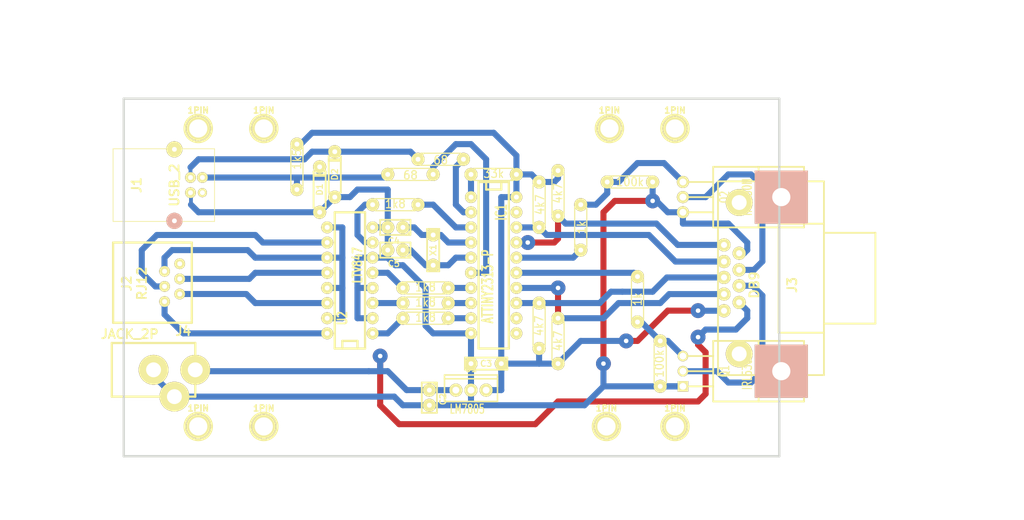
<source format=kicad_pcb>
(kicad_pcb (version 3) (host pcbnew "(22-Jun-2014 BZR 4027)-stable")

  (general
    (links 73)
    (no_connects 2)
    (area 49.118519 63.99784 225.879662 153.248361)
    (thickness 1.6002)
    (drawings 27)
    (tracks 246)
    (zones 0)
    (modules 40)
    (nets 34)
  )

  (page A4)
  (layers
    (15 Front signal)
    (0 Back signal)
    (16 B.Adhes user)
    (17 F.Adhes user)
    (18 B.Paste user)
    (19 F.Paste user)
    (20 B.SilkS user)
    (21 F.SilkS user)
    (22 B.Mask user)
    (23 F.Mask user)
    (24 Dwgs.User user)
    (25 Cmts.User user)
    (26 Eco1.User user)
    (27 Eco2.User user)
    (28 Edge.Cuts user)
  )

  (setup
    (last_trace_width 1.016)
    (trace_clearance 0.508)
    (zone_clearance 0.508)
    (zone_45_only no)
    (trace_min 0.254)
    (segment_width 0.381)
    (edge_width 0.381)
    (via_size 2.49936)
    (via_drill 0.762)
    (via_min_size 1.016)
    (via_min_drill 0.508)
    (uvia_size 0.508)
    (uvia_drill 0.127)
    (uvias_allowed no)
    (uvia_min_size 0.508)
    (uvia_min_drill 0.127)
    (pcb_text_width 0.3048)
    (pcb_text_size 1.524 2.032)
    (mod_edge_width 0.381)
    (mod_text_size 1.524 1.524)
    (mod_text_width 0.3048)
    (pad_size 2.032 2.032)
    (pad_drill 1.143)
    (pad_to_mask_clearance 0.254)
    (aux_axis_origin 0 0)
    (visible_elements FFFFFFBF)
    (pcbplotparams
      (layerselection 1)
      (usegerberextensions true)
      (excludeedgelayer false)
      (linewidth 0.150000)
      (plotframeref false)
      (viasonmask false)
      (mode 1)
      (useauxorigin false)
      (hpglpennumber 1)
      (hpglpenspeed 20)
      (hpglpendiameter 15)
      (hpglpenoverlay 0)
      (psnegative false)
      (psa4output true)
      (plotreference false)
      (plotvalue false)
      (plotothertext false)
      (plotinvisibletext false)
      (padsonsilk false)
      (subtractmaskfromsilk false)
      (outputformat 2)
      (mirror false)
      (drillshape 1)
      (scaleselection 1)
      (outputdirectory ../print/))
  )

  (net 0 "")
  (net 1 +12V)
  (net 2 /+DEC)
  (net 3 /+RA)
  (net 4 /-DEC)
  (net 5 /-RA)
  (net 6 /FAN1)
  (net 7 /FAN2)
  (net 8 /TEMP1)
  (net 9 /TEMP2)
  (net 10 /TEMP3)
  (net 11 /TEMP4)
  (net 12 GND)
  (net 13 N-0000014)
  (net 14 N-0000016)
  (net 15 N-0000017)
  (net 16 N-0000018)
  (net 17 N-0000024)
  (net 18 N-0000025)
  (net 19 N-0000026)
  (net 20 N-0000029)
  (net 21 N-0000030)
  (net 22 N-0000031)
  (net 23 N-0000032)
  (net 24 N-0000033)
  (net 25 N-0000034)
  (net 26 N-0000035)
  (net 27 N-0000036)
  (net 28 N-000004)
  (net 29 N-000005)
  (net 30 N-000006)
  (net 31 N-000007)
  (net 32 N-000008)
  (net 33 VCC)

  (net_class Default "This is the default net class."
    (clearance 0.508)
    (trace_width 1.016)
    (via_dia 2.49936)
    (via_drill 0.762)
    (uvia_dia 0.508)
    (uvia_drill 0.127)
    (add_net "")
    (add_net +12V)
    (add_net /+DEC)
    (add_net /+RA)
    (add_net /-DEC)
    (add_net /-RA)
    (add_net /FAN1)
    (add_net /FAN2)
    (add_net /TEMP1)
    (add_net /TEMP2)
    (add_net /TEMP3)
    (add_net /TEMP4)
    (add_net GND)
    (add_net N-0000014)
    (add_net N-0000016)
    (add_net N-0000017)
    (add_net N-0000018)
    (add_net N-0000024)
    (add_net N-0000025)
    (add_net N-0000026)
    (add_net N-0000029)
    (add_net N-0000030)
    (add_net N-0000031)
    (add_net N-0000032)
    (add_net N-0000033)
    (add_net N-0000034)
    (add_net N-0000035)
    (add_net N-0000036)
    (add_net N-000004)
    (add_net N-000005)
    (add_net N-000006)
    (add_net N-000007)
    (add_net N-000008)
    (add_net VCC)
  )

  (module RJ12_E (layer Front) (tedit 4F97DAAB) (tstamp 4F955096)
    (at 70.50024 111.00054 270)
    (path /4F950978)
    (fp_text reference J2 (at 0 0 270) (layer F.SilkS)
      (effects (font (size 1.524 1.524) (thickness 0.3048)))
    )
    (fp_text value RJ12 (at 0 -2.54 270) (layer F.SilkS)
      (effects (font (size 1.524 1.524) (thickness 0.3048)))
    )
    (fp_line (start -6.858 -10.922) (end -6.858 2.286) (layer F.SilkS) (width 0.381))
    (fp_line (start 6.604 -10.922) (end 6.604 2.286) (layer F.SilkS) (width 0.381))
    (fp_line (start -6.858 2.286) (end 6.604 2.286) (layer F.SilkS) (width 0.381))
    (fp_line (start 5.842 -10.922) (end 6.604 -10.922) (layer F.SilkS) (width 0.381))
    (fp_line (start -6.858 -10.922) (end 5.842 -10.922) (layer F.SilkS) (width 0.381))
    (pad 4 thru_hole circle (at 0.508 -6.35 270) (size 1.80086 1.80086) (drill 0.8128)
      (layers *.Cu *.Mask F.SilkS)
      (net 2 /+DEC)
    )
    (pad 2 thru_hole circle (at -2.032 -6.35 270) (size 1.80086 1.80086) (drill 0.8128)
      (layers *.Cu *.Mask F.SilkS)
      (net 13 N-0000014)
    )
    (pad 6 thru_hole circle (at 3.048 -6.35 270) (size 1.80086 1.80086) (drill 0.8128)
      (layers *.Cu *.Mask F.SilkS)
      (net 5 /-RA)
    )
    (pad 1 thru_hole circle (at -3.302 -8.89 270) (size 1.80086 1.80086) (drill 0.8128)
      (layers *.Cu *.Mask F.SilkS)
    )
    (pad 3 thru_hole circle (at -0.762 -8.89 270) (size 1.80086 1.80086) (drill 0.8128)
      (layers *.Cu *.Mask F.SilkS)
      (net 3 /+RA)
    )
    (pad 5 thru_hole circle (at 1.778 -8.89 270) (size 1.80086 1.80086) (drill 0.8128)
      (layers *.Cu *.Mask F.SilkS)
      (net 4 /-DEC)
    )
  )

  (module USB_B (layer Front) (tedit 4F97A625) (tstamp 4F97A5FE)
    (at 78.50124 94.5007 270)
    (tags USB)
    (path /4F950334)
    (fp_text reference J1 (at 0 6.35 270) (layer F.SilkS)
      (effects (font (size 1.524 1.524) (thickness 0.3048)))
    )
    (fp_text value USB_2 (at 0 0 270) (layer F.SilkS)
      (effects (font (size 1.524 1.524) (thickness 0.3048)))
    )
    (fp_line (start -6.096 10.287) (end 6.096 10.287) (layer F.SilkS) (width 0.127))
    (fp_line (start 6.096 10.287) (end 6.096 -6.731) (layer F.SilkS) (width 0.127))
    (fp_line (start 6.096 -6.731) (end -6.096 -6.731) (layer F.SilkS) (width 0.127))
    (fp_line (start -6.096 -6.731) (end -6.096 10.287) (layer F.SilkS) (width 0.127))
    (pad 1 thru_hole circle (at 1.27 -4.699 270) (size 1.524 1.524) (drill 0.8128)
      (layers *.Cu *.Mask F.SilkS)
    )
    (pad 2 thru_hole circle (at -1.27 -4.699 270) (size 1.80086 1.80086) (drill 0.8128)
      (layers *.Cu *.Mask F.SilkS)
      (net 27 N-0000036)
    )
    (pad 3 thru_hole circle (at -1.27 -2.70002 270) (size 1.80086 1.80086) (drill 0.8128)
      (layers *.Cu *.Mask F.SilkS)
      (net 32 N-000008)
    )
    (pad 4 thru_hole circle (at 1.27 -2.70002 270) (size 1.80086 1.80086) (drill 0.8128)
      (layers *.Cu *.Mask F.SilkS)
      (net 12 GND)
    )
    (pad "" np_thru_hole circle (at 5.99948 0 270) (size 2.70002 2.70002) (drill 0.8001)
      (layers *.Cu *.SilkS *.Mask)
    )
    (pad 6 thru_hole circle (at -5.99948 0 270) (size 2.70002 2.70002) (drill 0.8001)
      (layers *.Cu *.Mask F.SilkS)
    )
    (model connectors/USB_type_B.wrl
      (at (xyz 0 0 0.001))
      (scale (xyz 0.3937 0.3937 0.3937))
      (rotate (xyz 0 0 0))
    )
  )

  (module R3 (layer Front) (tedit 4E4C0E65) (tstamp 4F952088)
    (at 120.65 116.84 180)
    (descr "Resitance 3 pas")
    (tags R)
    (path /4F950773)
    (autoplace_cost180 10)
    (fp_text reference R8 (at 0 0.127 180) (layer F.SilkS) hide
      (effects (font (size 1.397 1.27) (thickness 0.2032)))
    )
    (fp_text value 1k8 (at 0 0.127 180) (layer F.SilkS)
      (effects (font (size 1.397 1.27) (thickness 0.2032)))
    )
    (fp_line (start -3.81 0) (end -3.302 0) (layer F.SilkS) (width 0.2032))
    (fp_line (start 3.81 0) (end 3.302 0) (layer F.SilkS) (width 0.2032))
    (fp_line (start 3.302 0) (end 3.302 -1.016) (layer F.SilkS) (width 0.2032))
    (fp_line (start 3.302 -1.016) (end -3.302 -1.016) (layer F.SilkS) (width 0.2032))
    (fp_line (start -3.302 -1.016) (end -3.302 1.016) (layer F.SilkS) (width 0.2032))
    (fp_line (start -3.302 1.016) (end 3.302 1.016) (layer F.SilkS) (width 0.2032))
    (fp_line (start 3.302 1.016) (end 3.302 0) (layer F.SilkS) (width 0.2032))
    (fp_line (start -3.302 -0.508) (end -2.794 -1.016) (layer F.SilkS) (width 0.2032))
    (pad 1 thru_hole circle (at -3.81 0 180) (size 2.19964 2.19964) (drill 0.8128)
      (layers *.Cu *.Mask F.SilkS)
      (net 20 N-0000029)
    )
    (pad 2 thru_hole circle (at 3.81 0 180) (size 2.19964 2.19964) (drill 0.8128)
      (layers *.Cu *.Mask F.SilkS)
      (net 30 N-000006)
    )
    (model discret/resistor.wrl
      (at (xyz 0 0 0))
      (scale (xyz 0.3 0.3 0.3))
      (rotate (xyz 0 0 0))
    )
  )

  (module R3 (layer Front) (tedit 4F97A075) (tstamp 4F95208A)
    (at 120.65 111.76 180)
    (descr "Resitance 3 pas")
    (tags R)
    (path /4F95076A)
    (autoplace_cost180 10)
    (fp_text reference R6 (at 0 0.127 180) (layer F.SilkS) hide
      (effects (font (size 1.397 1.27) (thickness 0.2032)))
    )
    (fp_text value 1k8 (at 0 0.127 180) (layer F.SilkS)
      (effects (font (size 1.397 1.27) (thickness 0.2032)))
    )
    (fp_line (start -3.81 0) (end -3.302 0) (layer F.SilkS) (width 0.2032))
    (fp_line (start 3.81 0) (end 3.302 0) (layer F.SilkS) (width 0.2032))
    (fp_line (start 3.302 0) (end 3.302 -1.016) (layer F.SilkS) (width 0.2032))
    (fp_line (start 3.302 -1.016) (end -3.302 -1.016) (layer F.SilkS) (width 0.2032))
    (fp_line (start -3.302 -1.016) (end -3.302 1.016) (layer F.SilkS) (width 0.2032))
    (fp_line (start -3.302 1.016) (end 3.302 1.016) (layer F.SilkS) (width 0.2032))
    (fp_line (start 3.302 1.016) (end 3.302 0) (layer F.SilkS) (width 0.2032))
    (fp_line (start -3.302 -0.508) (end -2.794 -1.016) (layer F.SilkS) (width 0.2032))
    (pad 1 thru_hole circle (at -3.81 0 180) (size 2.19964 2.19964) (drill 0.8128)
      (layers *.Cu *.Mask F.SilkS)
      (net 22 N-0000031)
    )
    (pad 2 thru_hole circle (at 3.81 0 180) (size 2.19964 2.19964) (drill 0.8128)
      (layers *.Cu *.Mask F.SilkS)
      (net 29 N-000005)
    )
    (model discret/resistor.wrl
      (at (xyz 0 0 0))
      (scale (xyz 0.3 0.3 0.3))
      (rotate (xyz 0 0 0))
    )
  )

  (module R3 (layer Front) (tedit 4F97D0DB) (tstamp 4F96C04B)
    (at 115.57 97.79 180)
    (descr "Resitance 3 pas")
    (tags R)
    (path /4F950764)
    (autoplace_cost180 10)
    (fp_text reference R5 (at 0 0.127 180) (layer F.SilkS) hide
      (effects (font (size 1.397 1.27) (thickness 0.2032)))
    )
    (fp_text value 1k8 (at 0 0.127 180) (layer F.SilkS)
      (effects (font (size 1.397 1.27) (thickness 0.2032)))
    )
    (fp_line (start -3.81 0) (end -3.302 0) (layer F.SilkS) (width 0.2032))
    (fp_line (start 3.81 0) (end 3.302 0) (layer F.SilkS) (width 0.2032))
    (fp_line (start 3.302 0) (end 3.302 -1.016) (layer F.SilkS) (width 0.2032))
    (fp_line (start 3.302 -1.016) (end -3.302 -1.016) (layer F.SilkS) (width 0.2032))
    (fp_line (start -3.302 -1.016) (end -3.302 1.016) (layer F.SilkS) (width 0.2032))
    (fp_line (start -3.302 1.016) (end 3.302 1.016) (layer F.SilkS) (width 0.2032))
    (fp_line (start 3.302 1.016) (end 3.302 0) (layer F.SilkS) (width 0.2032))
    (fp_line (start -3.302 -0.508) (end -2.794 -1.016) (layer F.SilkS) (width 0.2032))
    (pad 1 thru_hole circle (at -3.81 0 180) (size 2.19964 2.19964) (drill 0.8128)
      (layers *.Cu *.Mask F.SilkS)
      (net 25 N-0000034)
    )
    (pad 2 thru_hole circle (at 3.81 0 180) (size 2.19964 2.19964) (drill 0.8128)
      (layers *.Cu *.Mask F.SilkS)
      (net 28 N-000004)
    )
    (model discret/resistor.wrl
      (at (xyz 0 0 0))
      (scale (xyz 0.3 0.3 0.3))
      (rotate (xyz 0 0 0))
    )
  )

  (module R3 (layer Front) (tedit 4E4C0E65) (tstamp 4F95208E)
    (at 123.19 90.17)
    (descr "Resitance 3 pas")
    (tags R)
    (path /4F9503A2)
    (autoplace_cost180 10)
    (fp_text reference R4 (at 0 0.127) (layer F.SilkS) hide
      (effects (font (size 1.397 1.27) (thickness 0.2032)))
    )
    (fp_text value 68 (at 0 0.127) (layer F.SilkS)
      (effects (font (size 1.397 1.27) (thickness 0.2032)))
    )
    (fp_line (start -3.81 0) (end -3.302 0) (layer F.SilkS) (width 0.2032))
    (fp_line (start 3.81 0) (end 3.302 0) (layer F.SilkS) (width 0.2032))
    (fp_line (start 3.302 0) (end 3.302 -1.016) (layer F.SilkS) (width 0.2032))
    (fp_line (start 3.302 -1.016) (end -3.302 -1.016) (layer F.SilkS) (width 0.2032))
    (fp_line (start -3.302 -1.016) (end -3.302 1.016) (layer F.SilkS) (width 0.2032))
    (fp_line (start -3.302 1.016) (end 3.302 1.016) (layer F.SilkS) (width 0.2032))
    (fp_line (start 3.302 1.016) (end 3.302 0) (layer F.SilkS) (width 0.2032))
    (fp_line (start -3.302 -0.508) (end -2.794 -1.016) (layer F.SilkS) (width 0.2032))
    (pad 1 thru_hole circle (at -3.81 0) (size 2.19964 2.19964) (drill 0.8128)
      (layers *.Cu *.Mask F.SilkS)
      (net 32 N-000008)
    )
    (pad 2 thru_hole circle (at 3.81 0) (size 2.19964 2.19964) (drill 0.8128)
      (layers *.Cu *.Mask F.SilkS)
      (net 26 N-0000035)
    )
    (model discret/resistor.wrl
      (at (xyz 0 0 0))
      (scale (xyz 0.3 0.3 0.3))
      (rotate (xyz 0 0 0))
    )
  )

  (module R3 (layer Front) (tedit 4E4C0E65) (tstamp 4F952090)
    (at 118.11 92.71)
    (descr "Resitance 3 pas")
    (tags R)
    (path /4F95039C)
    (autoplace_cost180 10)
    (fp_text reference R3 (at 0 0.127) (layer F.SilkS) hide
      (effects (font (size 1.397 1.27) (thickness 0.2032)))
    )
    (fp_text value 68 (at 0 0.127) (layer F.SilkS)
      (effects (font (size 1.397 1.27) (thickness 0.2032)))
    )
    (fp_line (start -3.81 0) (end -3.302 0) (layer F.SilkS) (width 0.2032))
    (fp_line (start 3.81 0) (end 3.302 0) (layer F.SilkS) (width 0.2032))
    (fp_line (start 3.302 0) (end 3.302 -1.016) (layer F.SilkS) (width 0.2032))
    (fp_line (start 3.302 -1.016) (end -3.302 -1.016) (layer F.SilkS) (width 0.2032))
    (fp_line (start -3.302 -1.016) (end -3.302 1.016) (layer F.SilkS) (width 0.2032))
    (fp_line (start -3.302 1.016) (end 3.302 1.016) (layer F.SilkS) (width 0.2032))
    (fp_line (start 3.302 1.016) (end 3.302 0) (layer F.SilkS) (width 0.2032))
    (fp_line (start -3.302 -0.508) (end -2.794 -1.016) (layer F.SilkS) (width 0.2032))
    (pad 1 thru_hole circle (at -3.81 0) (size 2.19964 2.19964) (drill 0.8128)
      (layers *.Cu *.Mask F.SilkS)
      (net 27 N-0000036)
    )
    (pad 2 thru_hole circle (at 3.81 0) (size 2.19964 2.19964) (drill 0.8128)
      (layers *.Cu *.Mask F.SilkS)
      (net 23 N-0000032)
    )
    (model discret/resistor.wrl
      (at (xyz 0 0 0))
      (scale (xyz 0.3 0.3 0.3))
      (rotate (xyz 0 0 0))
    )
  )

  (module R3 (layer Front) (tedit 4F96C454) (tstamp 4F955C17)
    (at 99.06 91.44 270)
    (descr "Resitance 3 pas")
    (tags R)
    (path /4F95037B)
    (autoplace_cost180 10)
    (fp_text reference R2 (at -1.27 0 270) (layer F.SilkS) hide
      (effects (font (size 1.397 1.27) (thickness 0.2032)))
    )
    (fp_text value 1k5 (at -1.27 0 270) (layer F.SilkS)
      (effects (font (size 1.397 1.27) (thickness 0.2032)))
    )
    (fp_line (start -3.81 0) (end -3.302 0) (layer F.SilkS) (width 0.2032))
    (fp_line (start 3.81 0) (end 3.302 0) (layer F.SilkS) (width 0.2032))
    (fp_line (start 3.302 0) (end 3.302 -1.016) (layer F.SilkS) (width 0.2032))
    (fp_line (start 3.302 -1.016) (end -3.302 -1.016) (layer F.SilkS) (width 0.2032))
    (fp_line (start -3.302 -1.016) (end -3.302 1.016) (layer F.SilkS) (width 0.2032))
    (fp_line (start -3.302 1.016) (end 3.302 1.016) (layer F.SilkS) (width 0.2032))
    (fp_line (start 3.302 1.016) (end 3.302 0) (layer F.SilkS) (width 0.2032))
    (fp_line (start -3.302 -0.508) (end -2.794 -1.016) (layer F.SilkS) (width 0.2032))
    (pad 1 thru_hole circle (at -3.81 0 270) (size 2.19964 2.19964) (drill 0.8128)
      (layers *.Cu *.Mask F.SilkS)
      (net 33 VCC)
    )
    (pad 2 thru_hole circle (at 3.81 0 270) (size 2.19964 2.19964) (drill 0.8128)
      (layers *.Cu *.Mask F.SilkS)
      (net 27 N-0000036)
    )
    (model discret/resistor.wrl
      (at (xyz 0 0 0))
      (scale (xyz 0.3 0.3 0.3))
      (rotate (xyz 0 0 0))
    )
  )

  (module R3 (layer Front) (tedit 4E4C0E65) (tstamp 4F9532DF)
    (at 132.08 92.71 180)
    (descr "Resitance 3 pas")
    (tags R)
    (path /4F9502B7)
    (autoplace_cost180 10)
    (fp_text reference R1 (at 0 0.127 180) (layer F.SilkS) hide
      (effects (font (size 1.397 1.27) (thickness 0.2032)))
    )
    (fp_text value 33k (at 0 0.127 180) (layer F.SilkS)
      (effects (font (size 1.397 1.27) (thickness 0.2032)))
    )
    (fp_line (start -3.81 0) (end -3.302 0) (layer F.SilkS) (width 0.2032))
    (fp_line (start 3.81 0) (end 3.302 0) (layer F.SilkS) (width 0.2032))
    (fp_line (start 3.302 0) (end 3.302 -1.016) (layer F.SilkS) (width 0.2032))
    (fp_line (start 3.302 -1.016) (end -3.302 -1.016) (layer F.SilkS) (width 0.2032))
    (fp_line (start -3.302 -1.016) (end -3.302 1.016) (layer F.SilkS) (width 0.2032))
    (fp_line (start -3.302 1.016) (end 3.302 1.016) (layer F.SilkS) (width 0.2032))
    (fp_line (start 3.302 1.016) (end 3.302 0) (layer F.SilkS) (width 0.2032))
    (fp_line (start -3.302 -0.508) (end -2.794 -1.016) (layer F.SilkS) (width 0.2032))
    (pad 1 thru_hole circle (at -3.81 0 180) (size 2.19964 2.19964) (drill 0.8128)
      (layers *.Cu *.Mask F.SilkS)
      (net 33 VCC)
    )
    (pad 2 thru_hole circle (at 3.81 0 180) (size 2.19964 2.19964) (drill 0.8128)
      (layers *.Cu *.Mask F.SilkS)
      (net 31 N-000007)
    )
    (model discret/resistor.wrl
      (at (xyz 0 0 0))
      (scale (xyz 0.3 0.3 0.3))
      (rotate (xyz 0 0 0))
    )
  )

  (module R3 (layer Front) (tedit 4E4C0E65) (tstamp 4F953132)
    (at 120.65 114.3 180)
    (descr "Resitance 3 pas")
    (tags R)
    (path /4F950770)
    (autoplace_cost180 10)
    (fp_text reference R7 (at 0 0.127 180) (layer F.SilkS) hide
      (effects (font (size 1.397 1.27) (thickness 0.2032)))
    )
    (fp_text value 1k8 (at 0 0.127 180) (layer F.SilkS)
      (effects (font (size 1.397 1.27) (thickness 0.2032)))
    )
    (fp_line (start -3.81 0) (end -3.302 0) (layer F.SilkS) (width 0.2032))
    (fp_line (start 3.81 0) (end 3.302 0) (layer F.SilkS) (width 0.2032))
    (fp_line (start 3.302 0) (end 3.302 -1.016) (layer F.SilkS) (width 0.2032))
    (fp_line (start 3.302 -1.016) (end -3.302 -1.016) (layer F.SilkS) (width 0.2032))
    (fp_line (start -3.302 -1.016) (end -3.302 1.016) (layer F.SilkS) (width 0.2032))
    (fp_line (start -3.302 1.016) (end 3.302 1.016) (layer F.SilkS) (width 0.2032))
    (fp_line (start 3.302 1.016) (end 3.302 0) (layer F.SilkS) (width 0.2032))
    (fp_line (start -3.302 -0.508) (end -2.794 -1.016) (layer F.SilkS) (width 0.2032))
    (pad 1 thru_hole circle (at -3.81 0 180) (size 2.19964 2.19964) (drill 0.8128)
      (layers *.Cu *.Mask F.SilkS)
      (net 21 N-0000030)
    )
    (pad 2 thru_hole circle (at 3.81 0 180) (size 2.19964 2.19964) (drill 0.8128)
      (layers *.Cu *.Mask F.SilkS)
      (net 14 N-0000016)
    )
    (model discret/resistor.wrl
      (at (xyz 0 0 0))
      (scale (xyz 0.3 0.3 0.3))
      (rotate (xyz 0 0 0))
    )
  )

  (module R3 (layer Front) (tedit 540C72D2) (tstamp 4F952F3D)
    (at 142.875 120.65 270)
    (descr "Resitance 3 pas")
    (tags R)
    (path /4F950D02)
    (autoplace_cost180 10)
    (fp_text reference R9 (at 0 0.127 270) (layer F.SilkS) hide
      (effects (font (size 1.397 1.27) (thickness 0.2032)))
    )
    (fp_text value 4k7 (at 0 0 270) (layer F.SilkS)
      (effects (font (size 1.397 1.27) (thickness 0.2032)))
    )
    (fp_line (start -3.81 0) (end -3.302 0) (layer F.SilkS) (width 0.2032))
    (fp_line (start 3.81 0) (end 3.302 0) (layer F.SilkS) (width 0.2032))
    (fp_line (start 3.302 0) (end 3.302 -1.016) (layer F.SilkS) (width 0.2032))
    (fp_line (start 3.302 -1.016) (end -3.302 -1.016) (layer F.SilkS) (width 0.2032))
    (fp_line (start -3.302 -1.016) (end -3.302 1.016) (layer F.SilkS) (width 0.2032))
    (fp_line (start -3.302 1.016) (end 3.302 1.016) (layer F.SilkS) (width 0.2032))
    (fp_line (start 3.302 1.016) (end 3.302 0) (layer F.SilkS) (width 0.2032))
    (fp_line (start -3.302 -0.508) (end -2.794 -1.016) (layer F.SilkS) (width 0.2032))
    (pad 1 thru_hole circle (at -3.81 0 270) (size 2.19964 2.19964) (drill 0.8128)
      (layers *.Cu *.Mask F.SilkS)
      (net 11 /TEMP4)
    )
    (pad 2 thru_hole circle (at 3.81 0 270) (size 2.19964 2.19964) (drill 0.8128)
      (layers *.Cu *.Mask F.SilkS)
      (net 33 VCC)
    )
    (model discret/resistor.wrl
      (at (xyz 0 0 0))
      (scale (xyz 0.3 0.3 0.3))
      (rotate (xyz 0 0 0))
    )
  )

  (module R3 (layer Front) (tedit 540C72E0) (tstamp 4F95209A)
    (at 139.7 118.11 270)
    (descr "Resitance 3 pas")
    (tags R)
    (path /4F950D26)
    (autoplace_cost180 10)
    (fp_text reference R10 (at 0 0.127 270) (layer F.SilkS) hide
      (effects (font (size 1.397 1.27) (thickness 0.2032)))
    )
    (fp_text value 4k7 (at 0 0 270) (layer F.SilkS)
      (effects (font (size 1.397 1.27) (thickness 0.2032)))
    )
    (fp_line (start -3.81 0) (end -3.302 0) (layer F.SilkS) (width 0.2032))
    (fp_line (start 3.81 0) (end 3.302 0) (layer F.SilkS) (width 0.2032))
    (fp_line (start 3.302 0) (end 3.302 -1.016) (layer F.SilkS) (width 0.2032))
    (fp_line (start 3.302 -1.016) (end -3.302 -1.016) (layer F.SilkS) (width 0.2032))
    (fp_line (start -3.302 -1.016) (end -3.302 1.016) (layer F.SilkS) (width 0.2032))
    (fp_line (start -3.302 1.016) (end 3.302 1.016) (layer F.SilkS) (width 0.2032))
    (fp_line (start 3.302 1.016) (end 3.302 0) (layer F.SilkS) (width 0.2032))
    (fp_line (start -3.302 -0.508) (end -2.794 -1.016) (layer F.SilkS) (width 0.2032))
    (pad 1 thru_hole circle (at -3.81 0 270) (size 2.19964 2.19964) (drill 0.8128)
      (layers *.Cu *.Mask F.SilkS)
      (net 10 /TEMP3)
    )
    (pad 2 thru_hole circle (at 3.81 0 270) (size 2.19964 2.19964) (drill 0.8128)
      (layers *.Cu *.Mask F.SilkS)
      (net 33 VCC)
    )
    (model discret/resistor.wrl
      (at (xyz 0 0 0))
      (scale (xyz 0.3 0.3 0.3))
      (rotate (xyz 0 0 0))
    )
  )

  (module R3 (layer Front) (tedit 4E4C0E65) (tstamp 4F95209C)
    (at 139.7 97.79 90)
    (descr "Resitance 3 pas")
    (tags R)
    (path /4F950D47)
    (autoplace_cost180 10)
    (fp_text reference R11 (at 0 0.127 90) (layer F.SilkS) hide
      (effects (font (size 1.397 1.27) (thickness 0.2032)))
    )
    (fp_text value 4k7 (at 0 0.127 90) (layer F.SilkS)
      (effects (font (size 1.397 1.27) (thickness 0.2032)))
    )
    (fp_line (start -3.81 0) (end -3.302 0) (layer F.SilkS) (width 0.2032))
    (fp_line (start 3.81 0) (end 3.302 0) (layer F.SilkS) (width 0.2032))
    (fp_line (start 3.302 0) (end 3.302 -1.016) (layer F.SilkS) (width 0.2032))
    (fp_line (start 3.302 -1.016) (end -3.302 -1.016) (layer F.SilkS) (width 0.2032))
    (fp_line (start -3.302 -1.016) (end -3.302 1.016) (layer F.SilkS) (width 0.2032))
    (fp_line (start -3.302 1.016) (end 3.302 1.016) (layer F.SilkS) (width 0.2032))
    (fp_line (start 3.302 1.016) (end 3.302 0) (layer F.SilkS) (width 0.2032))
    (fp_line (start -3.302 -0.508) (end -2.794 -1.016) (layer F.SilkS) (width 0.2032))
    (pad 1 thru_hole circle (at -3.81 0 90) (size 2.19964 2.19964) (drill 0.8128)
      (layers *.Cu *.Mask F.SilkS)
      (net 9 /TEMP2)
    )
    (pad 2 thru_hole circle (at 3.81 0 90) (size 2.19964 2.19964) (drill 0.8128)
      (layers *.Cu *.Mask F.SilkS)
      (net 33 VCC)
    )
    (model discret/resistor.wrl
      (at (xyz 0 0 0))
      (scale (xyz 0.3 0.3 0.3))
      (rotate (xyz 0 0 0))
    )
  )

  (module R3 (layer Front) (tedit 540C6FF9) (tstamp 4F95209E)
    (at 142.875 95.885 90)
    (descr "Resitance 3 pas")
    (tags R)
    (path /4F950D36)
    (autoplace_cost180 10)
    (fp_text reference R12 (at 0 0.127 90) (layer F.SilkS) hide
      (effects (font (size 1.397 1.27) (thickness 0.2032)))
    )
    (fp_text value 4k7 (at 0 0 90) (layer F.SilkS)
      (effects (font (size 1.397 1.27) (thickness 0.2032)))
    )
    (fp_line (start -3.81 0) (end -3.302 0) (layer F.SilkS) (width 0.2032))
    (fp_line (start 3.81 0) (end 3.302 0) (layer F.SilkS) (width 0.2032))
    (fp_line (start 3.302 0) (end 3.302 -1.016) (layer F.SilkS) (width 0.2032))
    (fp_line (start 3.302 -1.016) (end -3.302 -1.016) (layer F.SilkS) (width 0.2032))
    (fp_line (start -3.302 -1.016) (end -3.302 1.016) (layer F.SilkS) (width 0.2032))
    (fp_line (start -3.302 1.016) (end 3.302 1.016) (layer F.SilkS) (width 0.2032))
    (fp_line (start 3.302 1.016) (end 3.302 0) (layer F.SilkS) (width 0.2032))
    (fp_line (start -3.302 -0.508) (end -2.794 -1.016) (layer F.SilkS) (width 0.2032))
    (pad 1 thru_hole circle (at -3.81 0 90) (size 2.19964 2.19964) (drill 0.8128)
      (layers *.Cu *.Mask F.SilkS)
      (net 8 /TEMP1)
    )
    (pad 2 thru_hole circle (at 3.81 0 90) (size 2.19964 2.19964) (drill 0.8128)
      (layers *.Cu *.Mask F.SilkS)
      (net 33 VCC)
    )
    (model discret/resistor.wrl
      (at (xyz 0 0 0))
      (scale (xyz 0.3 0.3 0.3))
      (rotate (xyz 0 0 0))
    )
  )

  (module R3 (layer Front) (tedit 540C7A5C) (tstamp 4F96C1D5)
    (at 156.21 113.665 270)
    (descr "Resitance 3 pas")
    (tags R)
    (path /4F951282)
    (autoplace_cost180 10)
    (fp_text reference R13 (at 0 0 270) (layer F.SilkS) hide
      (effects (font (size 1.397 1.27) (thickness 0.2032)))
    )
    (fp_text value 1k (at 0 0 270) (layer F.SilkS)
      (effects (font (size 1.397 1.27) (thickness 0.2032)))
    )
    (fp_line (start -3.81 0) (end -3.302 0) (layer F.SilkS) (width 0.2032))
    (fp_line (start 3.81 0) (end 3.302 0) (layer F.SilkS) (width 0.2032))
    (fp_line (start 3.302 0) (end 3.302 -1.016) (layer F.SilkS) (width 0.2032))
    (fp_line (start 3.302 -1.016) (end -3.302 -1.016) (layer F.SilkS) (width 0.2032))
    (fp_line (start -3.302 -1.016) (end -3.302 1.016) (layer F.SilkS) (width 0.2032))
    (fp_line (start -3.302 1.016) (end 3.302 1.016) (layer F.SilkS) (width 0.2032))
    (fp_line (start 3.302 1.016) (end 3.302 0) (layer F.SilkS) (width 0.2032))
    (fp_line (start -3.302 -0.508) (end -2.794 -1.016) (layer F.SilkS) (width 0.2032))
    (pad 1 thru_hole circle (at -3.81 0 270) (size 2.19964 2.19964) (drill 0.8128)
      (layers *.Cu *.Mask F.SilkS)
      (net 6 /FAN1)
    )
    (pad 2 thru_hole circle (at 3.81 0 270) (size 2.19964 2.19964) (drill 0.8128)
      (layers *.Cu *.Mask F.SilkS)
      (net 17 N-0000024)
    )
    (model discret/resistor.wrl
      (at (xyz 0 0 0))
      (scale (xyz 0.3 0.3 0.3))
      (rotate (xyz 0 0 0))
    )
  )

  (module R3 (layer Front) (tedit 4E4C0E65) (tstamp 540C73D9)
    (at 146.685 101.6 90)
    (descr "Resitance 3 pas")
    (tags R)
    (path /4F95129A)
    (autoplace_cost180 10)
    (fp_text reference R14 (at 0 0.127 90) (layer F.SilkS) hide
      (effects (font (size 1.397 1.27) (thickness 0.2032)))
    )
    (fp_text value 1k (at 0 0.127 90) (layer F.SilkS)
      (effects (font (size 1.397 1.27) (thickness 0.2032)))
    )
    (fp_line (start -3.81 0) (end -3.302 0) (layer F.SilkS) (width 0.2032))
    (fp_line (start 3.81 0) (end 3.302 0) (layer F.SilkS) (width 0.2032))
    (fp_line (start 3.302 0) (end 3.302 -1.016) (layer F.SilkS) (width 0.2032))
    (fp_line (start 3.302 -1.016) (end -3.302 -1.016) (layer F.SilkS) (width 0.2032))
    (fp_line (start -3.302 -1.016) (end -3.302 1.016) (layer F.SilkS) (width 0.2032))
    (fp_line (start -3.302 1.016) (end 3.302 1.016) (layer F.SilkS) (width 0.2032))
    (fp_line (start 3.302 1.016) (end 3.302 0) (layer F.SilkS) (width 0.2032))
    (fp_line (start -3.302 -0.508) (end -2.794 -1.016) (layer F.SilkS) (width 0.2032))
    (pad 1 thru_hole circle (at -3.81 0 90) (size 2.19964 2.19964) (drill 0.8128)
      (layers *.Cu *.Mask F.SilkS)
      (net 7 /FAN2)
    )
    (pad 2 thru_hole circle (at 3.81 0 90) (size 2.19964 2.19964) (drill 0.8128)
      (layers *.Cu *.Mask F.SilkS)
      (net 18 N-0000025)
    )
    (model discret/resistor.wrl
      (at (xyz 0 0 0))
      (scale (xyz 0.3 0.3 0.3))
      (rotate (xyz 0 0 0))
    )
  )

  (module LM78XXV (layer Front) (tedit 4F97D1A2) (tstamp 4F9520A3)
    (at 128.27 128.905 90)
    (descr "Regulateur TO220 serie LM78xx")
    (tags "TR TO220")
    (path /4F950090)
    (fp_text reference U1 (at 3.81 0 180) (layer F.SilkS)
      (effects (font (size 1.524 1.016) (thickness 0.2032)))
    )
    (fp_text value LM7805 (at -3.175 -0.635 180) (layer F.SilkS)
      (effects (font (size 1.524 1.016) (thickness 0.2032)))
    )
    (fp_line (start 1.905 -4.445) (end 2.54 -4.445) (layer F.SilkS) (width 0.254))
    (fp_line (start 2.54 -4.445) (end 2.54 4.445) (layer F.SilkS) (width 0.254))
    (fp_line (start 2.54 4.445) (end 1.905 4.445) (layer F.SilkS) (width 0.254))
    (fp_line (start -1.905 -4.445) (end 1.905 -4.445) (layer F.SilkS) (width 0.254))
    (fp_line (start 1.905 -4.445) (end 1.905 4.445) (layer F.SilkS) (width 0.254))
    (fp_line (start 1.905 4.445) (end -1.905 4.445) (layer F.SilkS) (width 0.254))
    (fp_line (start -1.905 4.445) (end -1.905 -4.445) (layer F.SilkS) (width 0.254))
    (pad VI thru_hole circle (at 0 -2.54 90) (size 2.19964 2.19964) (drill 1.143)
      (layers *.Cu *.Mask F.SilkS)
      (net 1 +12V)
    )
    (pad GND thru_hole circle (at 0 0 90) (size 2.19964 2.19964) (drill 1.143)
      (layers *.Cu *.Mask F.SilkS)
      (net 12 GND)
    )
    (pad VO thru_hole circle (at 0 2.54 90) (size 2.19964 2.19964) (drill 1.143)
      (layers *.Cu *.Mask F.SilkS)
      (net 33 VCC)
    )
  )

  (module DIP-16__300 (layer Front) (tedit 4F97A026) (tstamp 4F9520A5)
    (at 107.95 110.49 90)
    (descr "16 pins DIL package, round pads")
    (tags DIL)
    (path /4F9508B4)
    (fp_text reference U2 (at -6.35 -1.27 90) (layer F.SilkS)
      (effects (font (size 1.524 1.143) (thickness 0.28702)))
    )
    (fp_text value LTV847 (at 2.54 1.27 90) (layer F.SilkS)
      (effects (font (size 1.524 1.143) (thickness 0.28702)))
    )
    (fp_line (start -11.43 -1.27) (end -11.43 -1.27) (layer F.SilkS) (width 0.381))
    (fp_line (start -11.43 -1.27) (end -10.16 -1.27) (layer F.SilkS) (width 0.381))
    (fp_line (start -10.16 -1.27) (end -10.16 1.27) (layer F.SilkS) (width 0.381))
    (fp_line (start -10.16 1.27) (end -11.43 1.27) (layer F.SilkS) (width 0.381))
    (fp_line (start -11.43 -2.54) (end 11.43 -2.54) (layer F.SilkS) (width 0.381))
    (fp_line (start 11.43 -2.54) (end 11.43 2.54) (layer F.SilkS) (width 0.381))
    (fp_line (start 11.43 2.54) (end -11.43 2.54) (layer F.SilkS) (width 0.381))
    (fp_line (start -11.43 2.54) (end -11.43 -2.54) (layer F.SilkS) (width 0.381))
    (pad 1 thru_hole circle (at -8.89 3.81 90) (size 1.99898 1.99898) (drill 0.8128)
      (layers *.Cu *.Mask F.SilkS)
      (net 30 N-000006)
    )
    (pad 2 thru_hole circle (at -6.35 3.81 90) (size 1.99898 1.99898) (drill 0.8128)
      (layers *.Cu *.Mask F.SilkS)
      (net 12 GND)
    )
    (pad 3 thru_hole circle (at -3.81 3.81 90) (size 1.99898 1.99898) (drill 0.8128)
      (layers *.Cu *.Mask F.SilkS)
      (net 14 N-0000016)
    )
    (pad 4 thru_hole circle (at -1.27 3.81 90) (size 1.99898 1.99898) (drill 0.8128)
      (layers *.Cu *.Mask F.SilkS)
      (net 12 GND)
    )
    (pad 5 thru_hole circle (at 1.27 3.81 90) (size 1.99898 1.99898) (drill 0.8128)
      (layers *.Cu *.Mask F.SilkS)
      (net 29 N-000005)
    )
    (pad 6 thru_hole circle (at 3.81 3.81 90) (size 1.99898 1.99898) (drill 0.8128)
      (layers *.Cu *.Mask F.SilkS)
      (net 12 GND)
    )
    (pad 7 thru_hole circle (at 6.35 3.81 90) (size 1.99898 1.99898) (drill 0.8128)
      (layers *.Cu *.Mask F.SilkS)
      (net 28 N-000004)
    )
    (pad 8 thru_hole circle (at 8.89 3.81 90) (size 1.99898 1.99898) (drill 0.8128)
      (layers *.Cu *.Mask F.SilkS)
      (net 12 GND)
    )
    (pad 9 thru_hole circle (at 8.89 -3.81 90) (size 1.99898 1.99898) (drill 0.8128)
      (layers *.Cu *.Mask F.SilkS)
      (net 13 N-0000014)
    )
    (pad 10 thru_hole circle (at 6.35 -3.81 90) (size 1.99898 1.99898) (drill 0.8128)
      (layers *.Cu *.Mask F.SilkS)
      (net 2 /+DEC)
    )
    (pad 11 thru_hole circle (at 3.81 -3.81 90) (size 1.99898 1.99898) (drill 0.8128)
      (layers *.Cu *.Mask F.SilkS)
      (net 13 N-0000014)
    )
    (pad 12 thru_hole circle (at 1.27 -3.81 90) (size 1.99898 1.99898) (drill 0.8128)
      (layers *.Cu *.Mask F.SilkS)
      (net 3 /+RA)
    )
    (pad 13 thru_hole circle (at -1.27 -3.81 90) (size 1.99898 1.99898) (drill 0.8128)
      (layers *.Cu *.Mask F.SilkS)
      (net 13 N-0000014)
    )
    (pad 14 thru_hole circle (at -3.81 -3.81 90) (size 1.99898 1.99898) (drill 0.8128)
      (layers *.Cu *.Mask F.SilkS)
      (net 4 /-DEC)
    )
    (pad 15 thru_hole circle (at -6.35 -3.81 90) (size 1.99898 1.99898) (drill 0.8128)
      (layers *.Cu *.Mask F.SilkS)
      (net 13 N-0000014)
    )
    (pad 16 thru_hole circle (at -8.89 -3.81 90) (size 1.99898 1.99898) (drill 0.8128)
      (layers *.Cu *.Mask F.SilkS)
      (net 5 /-RA)
    )
    (model dil/dil_16.wrl
      (at (xyz 0 0 0))
      (scale (xyz 1 1 1))
      (rotate (xyz 0 0 0))
    )
  )

  (module DB9FC (layer Front) (tedit 4F97D170) (tstamp 4F9520A6)
    (at 172.00118 109.99978 270)
    (descr "Connecteur DB9 femelle couche")
    (tags "CONN DB9")
    (path /4F951EE5)
    (fp_text reference J3 (at 1.27 -10.16 270) (layer F.SilkS)
      (effects (font (size 1.524 1.524) (thickness 0.3048)))
    )
    (fp_text value DB9 (at 1.27 -3.81 270) (layer F.SilkS)
      (effects (font (size 1.524 1.524) (thickness 0.3048)))
    )
    (fp_line (start -16.129 2.286) (end 16.383 2.286) (layer F.SilkS) (width 0.3048))
    (fp_line (start 16.383 2.286) (end 16.383 -15.494) (layer F.SilkS) (width 0.3048))
    (fp_line (start 16.383 -15.494) (end -16.129 -15.494) (layer F.SilkS) (width 0.3048))
    (fp_line (start -16.129 -15.494) (end -16.129 2.286) (layer F.SilkS) (width 0.3048))
    (fp_line (start -9.017 -15.494) (end -9.017 -7.874) (layer F.SilkS) (width 0.3048))
    (fp_line (start -9.017 -7.874) (end 9.271 -7.874) (layer F.SilkS) (width 0.3048))
    (fp_line (start 9.271 -7.874) (end 9.271 -15.494) (layer F.SilkS) (width 0.3048))
    (fp_line (start -7.493 -15.494) (end -7.493 -24.13) (layer F.SilkS) (width 0.3048))
    (fp_line (start -7.493 -24.13) (end 7.747 -24.13) (layer F.SilkS) (width 0.3048))
    (fp_line (start 7.747 -24.13) (end 7.747 -15.494) (layer F.SilkS) (width 0.3048))
    (pad "" thru_hole circle (at 12.827 -1.27 270) (size 4.50088 4.50088) (drill 2.49936)
      (layers *.Cu *.Mask F.SilkS)
    )
    (pad "" thru_hole circle (at -12.573 -1.27 270) (size 4.50088 4.50088) (drill 2.49936)
      (layers *.Cu *.Mask F.SilkS)
    )
    (pad 1 thru_hole circle (at -5.461 1.27 270) (size 2.19964 2.19964) (drill 1.016)
      (layers *.Cu *.Mask F.SilkS)
      (net 8 /TEMP1)
    )
    (pad 2 thru_hole circle (at -2.667 1.27 270) (size 2.19964 2.19964) (drill 1.016)
      (layers *.Cu *.Mask F.SilkS)
      (net 9 /TEMP2)
    )
    (pad 3 thru_hole circle (at 0 1.27 270) (size 2.19964 2.19964) (drill 1.016)
      (layers *.Cu *.Mask F.SilkS)
      (net 10 /TEMP3)
    )
    (pad 4 thru_hole circle (at 2.794 1.27 270) (size 2.19964 2.19964) (drill 1.016)
      (layers *.Cu *.Mask F.SilkS)
      (net 11 /TEMP4)
    )
    (pad 5 thru_hole circle (at 5.588 1.27 270) (size 2.19964 2.19964) (drill 1.016)
      (layers *.Cu *.Mask F.SilkS)
      (net 33 VCC)
    )
    (pad 6 thru_hole circle (at -4.064 -1.27 270) (size 2.19964 2.19964) (drill 1.016)
      (layers *.Cu *.Mask F.SilkS)
      (net 12 GND)
    )
    (pad 7 thru_hole circle (at -1.27 -1.27 270) (size 2.19964 2.19964) (drill 1.016)
      (layers *.Cu *.Mask F.SilkS)
      (net 15 N-0000017)
    )
    (pad 8 thru_hole circle (at 1.397 -1.27 270) (size 2.19964 2.19964) (drill 1.016)
      (layers *.Cu *.Mask F.SilkS)
      (net 16 N-0000018)
    )
    (pad 9 thru_hole circle (at 4.191 -1.27 270) (size 2.19964 2.19964) (drill 1.016)
      (layers *.Cu *.Mask F.SilkS)
      (net 1 +12V)
    )
    (model conn_DBxx/db9_female_pin90deg.wrl
      (at (xyz 0 0 0))
      (scale (xyz 1 1 1))
      (rotate (xyz 0 0 0))
    )
  )

  (module D3 (layer Front) (tedit 4F953DE2) (tstamp 4F9520A7)
    (at 105.41 92.71 90)
    (descr "Diode 3 pas")
    (tags "DIODE DEV")
    (path /4F950308)
    (fp_text reference D2 (at 0 0 90) (layer F.SilkS)
      (effects (font (size 1.016 1.016) (thickness 0.2032)))
    )
    (fp_text value 3V6 (at 0 0 180) (layer F.SilkS) hide
      (effects (font (size 1.016 1.016) (thickness 0.2032)))
    )
    (fp_line (start 3.81 0) (end 3.048 0) (layer F.SilkS) (width 0.3048))
    (fp_line (start 3.048 0) (end 3.048 -1.016) (layer F.SilkS) (width 0.3048))
    (fp_line (start 3.048 -1.016) (end -3.048 -1.016) (layer F.SilkS) (width 0.3048))
    (fp_line (start -3.048 -1.016) (end -3.048 0) (layer F.SilkS) (width 0.3048))
    (fp_line (start -3.048 0) (end -3.81 0) (layer F.SilkS) (width 0.3048))
    (fp_line (start -3.048 0) (end -3.048 1.016) (layer F.SilkS) (width 0.3048))
    (fp_line (start -3.048 1.016) (end 3.048 1.016) (layer F.SilkS) (width 0.3048))
    (fp_line (start 3.048 1.016) (end 3.048 0) (layer F.SilkS) (width 0.3048))
    (fp_line (start 2.54 -1.016) (end 2.54 1.016) (layer F.SilkS) (width 0.3048))
    (fp_line (start 2.286 1.016) (end 2.286 -1.016) (layer F.SilkS) (width 0.3048))
    (pad 2 thru_hole circle (at 3.81 0 90) (size 2.19964 2.19964) (drill 0.8128)
      (layers *.Cu *.Mask F.SilkS)
      (net 32 N-000008)
    )
    (pad 1 thru_hole circle (at -3.81 0 90) (size 2.19964 2.19964) (drill 0.8128)
      (layers *.Cu *.Mask F.SilkS)
      (net 12 GND)
    )
    (model discret/diode.wrl
      (at (xyz 0 0 0))
      (scale (xyz 0.3 0.3 0.3))
      (rotate (xyz 0 0 0))
    )
  )

  (module D3 (layer Front) (tedit 4F97D0FA) (tstamp 4F9520A9)
    (at 102.87 95.25 90)
    (descr "Diode 3 pas")
    (tags "DIODE DEV")
    (path /4F950302)
    (fp_text reference D1 (at 0 0 90) (layer F.SilkS)
      (effects (font (size 1.016 1.016) (thickness 0.2032)))
    )
    (fp_text value 3V6 (at 0 0 90) (layer F.SilkS) hide
      (effects (font (size 1.016 1.016) (thickness 0.2032)))
    )
    (fp_line (start 3.81 0) (end 3.048 0) (layer F.SilkS) (width 0.3048))
    (fp_line (start 3.048 0) (end 3.048 -1.016) (layer F.SilkS) (width 0.3048))
    (fp_line (start 3.048 -1.016) (end -3.048 -1.016) (layer F.SilkS) (width 0.3048))
    (fp_line (start -3.048 -1.016) (end -3.048 0) (layer F.SilkS) (width 0.3048))
    (fp_line (start -3.048 0) (end -3.81 0) (layer F.SilkS) (width 0.3048))
    (fp_line (start -3.048 0) (end -3.048 1.016) (layer F.SilkS) (width 0.3048))
    (fp_line (start -3.048 1.016) (end 3.048 1.016) (layer F.SilkS) (width 0.3048))
    (fp_line (start 3.048 1.016) (end 3.048 0) (layer F.SilkS) (width 0.3048))
    (fp_line (start 2.54 -1.016) (end 2.54 1.016) (layer F.SilkS) (width 0.3048))
    (fp_line (start 2.286 1.016) (end 2.286 -1.016) (layer F.SilkS) (width 0.3048))
    (pad 2 thru_hole circle (at 3.81 0 90) (size 2.19964 2.19964) (drill 0.8128)
      (layers *.Cu *.Mask F.SilkS)
      (net 27 N-0000036)
    )
    (pad 1 thru_hole circle (at -3.81 0 90) (size 2.19964 2.19964) (drill 0.8128)
      (layers *.Cu *.Mask F.SilkS)
      (net 12 GND)
    )
    (model discret/diode.wrl
      (at (xyz 0 0 0))
      (scale (xyz 0.3 0.3 0.3))
      (rotate (xyz 0 0 0))
    )
  )

  (module C2 (layer Front) (tedit 4F97A697) (tstamp 4F9520AA)
    (at 130.81 124.46 180)
    (descr "Condensateur = 2 pas")
    (tags C)
    (path /4F9500F1)
    (fp_text reference C3 (at 0 0 180) (layer F.SilkS)
      (effects (font (size 1.016 1.016) (thickness 0.2032)))
    )
    (fp_text value 100n (at 0 0 180) (layer F.SilkS) hide
      (effects (font (size 1.016 1.016) (thickness 0.2032)))
    )
    (fp_line (start -3.556 -1.016) (end 3.556 -1.016) (layer F.SilkS) (width 0.3048))
    (fp_line (start 3.556 -1.016) (end 3.556 1.016) (layer F.SilkS) (width 0.3048))
    (fp_line (start 3.556 1.016) (end -3.556 1.016) (layer F.SilkS) (width 0.3048))
    (fp_line (start -3.556 1.016) (end -3.556 -1.016) (layer F.SilkS) (width 0.3048))
    (fp_line (start -3.556 -0.508) (end -3.048 -1.016) (layer F.SilkS) (width 0.3048))
    (pad 1 thru_hole circle (at -2.54 0 180) (size 2.19964 2.19964) (drill 0.8128)
      (layers *.Cu *.Mask F.SilkS)
      (net 33 VCC)
    )
    (pad 2 thru_hole circle (at 2.54 0 180) (size 2.19964 2.19964) (drill 0.8128)
      (layers *.Cu *.Mask F.SilkS)
      (net 12 GND)
    )
    (model discret/capa_2pas_5x5mm.wrl
      (at (xyz 0 0 0))
      (scale (xyz 1 1 1))
      (rotate (xyz 0 0 0))
    )
  )

  (module C1 (layer Front) (tedit 4F97A215) (tstamp 4F9520AD)
    (at 115.57 105.41 180)
    (descr "Condensateur e = 1 pas")
    (tags C)
    (path /4F950185)
    (fp_text reference C5 (at 0.254 -2.286 180) (layer F.SilkS)
      (effects (font (size 1.016 1.016) (thickness 0.2032)))
    )
    (fp_text value 22 (at 0 -2.286 180) (layer F.SilkS) hide
      (effects (font (size 1.016 1.016) (thickness 0.2032)))
    )
    (fp_line (start -2.4892 -1.27) (end 2.54 -1.27) (layer F.SilkS) (width 0.3048))
    (fp_line (start 2.54 -1.27) (end 2.54 1.27) (layer F.SilkS) (width 0.3048))
    (fp_line (start 2.54 1.27) (end -2.54 1.27) (layer F.SilkS) (width 0.3048))
    (fp_line (start -2.54 1.27) (end -2.54 -1.27) (layer F.SilkS) (width 0.3048))
    (fp_line (start -2.54 -0.635) (end -1.905 -1.27) (layer F.SilkS) (width 0.3048))
    (pad 1 thru_hole circle (at -1.27 0 180) (size 2.19964 2.19964) (drill 0.8128)
      (layers *.Cu *.Mask F.SilkS)
      (net 24 N-0000033)
    )
    (pad 2 thru_hole circle (at 1.27 0 180) (size 2.19964 2.19964) (drill 0.8128)
      (layers *.Cu *.Mask F.SilkS)
      (net 12 GND)
    )
    (model discret/capa_1_pas.wrl
      (at (xyz 0 0 0))
      (scale (xyz 1 1 1))
      (rotate (xyz 0 0 0))
    )
  )

  (module C1 (layer Front) (tedit 4F97D0BA) (tstamp 4F97D03A)
    (at 115.57 101.6 180)
    (descr "Condensateur e = 1 pas")
    (tags C)
    (path /4F95017E)
    (fp_text reference C4 (at 0.254 -2.286 180) (layer F.SilkS)
      (effects (font (size 1.016 1.016) (thickness 0.2032)))
    )
    (fp_text value 22 (at 0 -2.286 180) (layer F.SilkS) hide
      (effects (font (size 1.016 1.016) (thickness 0.2032)))
    )
    (fp_line (start -2.4892 -1.27) (end 2.54 -1.27) (layer F.SilkS) (width 0.3048))
    (fp_line (start 2.54 -1.27) (end 2.54 1.27) (layer F.SilkS) (width 0.3048))
    (fp_line (start 2.54 1.27) (end -2.54 1.27) (layer F.SilkS) (width 0.3048))
    (fp_line (start -2.54 1.27) (end -2.54 -1.27) (layer F.SilkS) (width 0.3048))
    (fp_line (start -2.54 -0.635) (end -1.905 -1.27) (layer F.SilkS) (width 0.3048))
    (pad 1 thru_hole circle (at -1.27 0 180) (size 2.19964 2.19964) (drill 0.8128)
      (layers *.Cu *.Mask F.SilkS)
      (net 19 N-0000026)
    )
    (pad 2 thru_hole circle (at 1.27 0 180) (size 2.19964 2.19964) (drill 0.8128)
      (layers *.Cu *.Mask F.SilkS)
      (net 12 GND)
    )
    (model discret/capa_1_pas.wrl
      (at (xyz 0 0 0))
      (scale (xyz 1 1 1))
      (rotate (xyz 0 0 0))
    )
  )

  (module C1 (layer Front) (tedit 3F92C496) (tstamp 4F9520B1)
    (at 121.285 130.175 270)
    (descr "Condensateur e = 1 pas")
    (tags C)
    (path /4F9500B7)
    (fp_text reference C2 (at 0.254 -2.286 270) (layer F.SilkS)
      (effects (font (size 1.016 1.016) (thickness 0.2032)))
    )
    (fp_text value 10u (at 0 -2.286 270) (layer F.SilkS) hide
      (effects (font (size 1.016 1.016) (thickness 0.2032)))
    )
    (fp_line (start -2.4892 -1.27) (end 2.54 -1.27) (layer F.SilkS) (width 0.3048))
    (fp_line (start 2.54 -1.27) (end 2.54 1.27) (layer F.SilkS) (width 0.3048))
    (fp_line (start 2.54 1.27) (end -2.54 1.27) (layer F.SilkS) (width 0.3048))
    (fp_line (start -2.54 1.27) (end -2.54 -1.27) (layer F.SilkS) (width 0.3048))
    (fp_line (start -2.54 -0.635) (end -1.905 -1.27) (layer F.SilkS) (width 0.3048))
    (pad 1 thru_hole circle (at -1.27 0 270) (size 2.19964 2.19964) (drill 0.8128)
      (layers *.Cu *.Mask F.SilkS)
      (net 1 +12V)
    )
    (pad 2 thru_hole circle (at 1.27 0 270) (size 2.19964 2.19964) (drill 0.8128)
      (layers *.Cu *.Mask F.SilkS)
      (net 12 GND)
    )
    (model discret/capa_1_pas.wrl
      (at (xyz 0 0 0))
      (scale (xyz 1 1 1))
      (rotate (xyz 0 0 0))
    )
  )

  (module DIP-20__300_ELL (layer Front) (tedit 4F97A044) (tstamp 4F952180)
    (at 132.08 107.95 270)
    (descr "20 pins DIL package, elliptical pads")
    (tags DIL)
    (path /4F94FFAF)
    (fp_text reference IC1 (at -8.89 -1.27 270) (layer F.SilkS)
      (effects (font (size 1.778 1.143) (thickness 0.28702)))
    )
    (fp_text value ATTINY2313-P (at 3.556 1.016 270) (layer F.SilkS)
      (effects (font (size 1.778 1.143) (thickness 0.28702)))
    )
    (fp_line (start -13.97 -1.27) (end -12.7 -1.27) (layer F.SilkS) (width 0.381))
    (fp_line (start -12.7 -1.27) (end -12.7 1.27) (layer F.SilkS) (width 0.381))
    (fp_line (start -12.7 1.27) (end -13.97 1.27) (layer F.SilkS) (width 0.381))
    (fp_line (start -13.97 -2.54) (end 13.97 -2.54) (layer F.SilkS) (width 0.381))
    (fp_line (start 13.97 -2.54) (end 13.97 2.54) (layer F.SilkS) (width 0.381))
    (fp_line (start 13.97 2.54) (end -13.97 2.54) (layer F.SilkS) (width 0.381))
    (fp_line (start -13.97 2.54) (end -13.97 -2.54) (layer F.SilkS) (width 0.381))
    (pad 1 thru_hole circle (at -11.43 3.81 270) (size 1.99898 1.99898) (drill 0.8128)
      (layers *.Cu *.Mask F.SilkS)
      (net 31 N-000007)
    )
    (pad 2 thru_hole circle (at -8.89 3.81 270) (size 1.99898 1.99898) (drill 0.8128)
      (layers *.Cu *.Mask F.SilkS)
      (net 26 N-0000035)
    )
    (pad 3 thru_hole circle (at -6.35 3.81 270) (size 1.99898 1.99898) (drill 0.8128)
      (layers *.Cu *.Mask F.SilkS)
      (net 25 N-0000034)
    )
    (pad 4 thru_hole circle (at -3.81 3.81 270) (size 1.99898 1.99898) (drill 0.8128)
      (layers *.Cu *.Mask F.SilkS)
      (net 19 N-0000026)
    )
    (pad 5 thru_hole circle (at -1.27 3.81 270) (size 1.99898 1.99898) (drill 0.8128)
      (layers *.Cu *.Mask F.SilkS)
      (net 24 N-0000033)
    )
    (pad 6 thru_hole circle (at 1.27 3.81 270) (size 1.99898 1.99898) (drill 0.8128)
      (layers *.Cu *.Mask F.SilkS)
      (net 23 N-0000032)
    )
    (pad 7 thru_hole circle (at 3.81 3.81 270) (size 1.99898 1.99898) (drill 0.8128)
      (layers *.Cu *.Mask F.SilkS)
      (net 22 N-0000031)
    )
    (pad 8 thru_hole circle (at 6.35 3.81 270) (size 1.99898 1.99898) (drill 0.8128)
      (layers *.Cu *.Mask F.SilkS)
      (net 21 N-0000030)
    )
    (pad 9 thru_hole circle (at 8.89 3.81 270) (size 1.99898 1.99898) (drill 0.8128)
      (layers *.Cu *.Mask F.SilkS)
      (net 20 N-0000029)
    )
    (pad 10 thru_hole circle (at 11.43 3.81 270) (size 1.99898 1.99898) (drill 0.8128)
      (layers *.Cu *.Mask F.SilkS)
      (net 12 GND)
    )
    (pad 11 thru_hole circle (at 11.43 -3.81 270) (size 1.99898 1.99898) (drill 0.8128)
      (layers *.Cu *.Mask F.SilkS)
    )
    (pad 12 thru_hole circle (at 8.89 -3.81 270) (size 1.99898 1.99898) (drill 0.8128)
      (layers *.Cu *.Mask F.SilkS)
    )
    (pad 13 thru_hole circle (at 6.35 -3.81 270) (size 1.99898 1.99898) (drill 0.8128)
      (layers *.Cu *.Mask F.SilkS)
      (net 10 /TEMP3)
    )
    (pad 14 thru_hole circle (at 3.81 -3.81 270) (size 1.99898 1.99898) (drill 0.8128)
      (layers *.Cu *.Mask F.SilkS)
      (net 11 /TEMP4)
    )
    (pad 15 thru_hole circle (at 1.27 -3.81 270) (size 1.99898 1.99898) (drill 0.8128)
      (layers *.Cu *.Mask F.SilkS)
      (net 6 /FAN1)
    )
    (pad 16 thru_hole circle (at -1.27 -3.81 270) (size 1.99898 1.99898) (drill 0.8128)
      (layers *.Cu *.Mask F.SilkS)
      (net 7 /FAN2)
    )
    (pad 17 thru_hole circle (at -3.81 -3.81 270) (size 1.99898 1.99898) (drill 0.8128)
      (layers *.Cu *.Mask F.SilkS)
      (net 8 /TEMP1)
    )
    (pad 18 thru_hole circle (at -6.35 -3.81 270) (size 1.99898 1.99898) (drill 0.8128)
      (layers *.Cu *.Mask F.SilkS)
      (net 9 /TEMP2)
    )
    (pad 19 thru_hole circle (at -8.89 -3.81 270) (size 1.99898 1.99898) (drill 0.8128)
      (layers *.Cu *.Mask F.SilkS)
    )
    (pad 20 thru_hole circle (at -11.43 -3.81 270) (size 1.99898 1.99898) (drill 0.8128)
      (layers *.Cu *.Mask F.SilkS)
      (net 33 VCC)
    )
    (model dil/dil_20.wrl
      (at (xyz 0 0 0))
      (scale (xyz 1 1 1))
      (rotate (xyz 0 0 0))
    )
  )

  (module pwrjack (layer Front) (tedit 4F97CBEE) (tstamp 4F95766A)
    (at 75.00112 125.49886)
    (path /4F9572BA)
    (fp_text reference J4 (at 5.00126 -6.49986) (layer F.SilkS)
      (effects (font (size 1.524 1.524) (thickness 0.3048)))
    )
    (fp_text value JACK_2P (at -4.0005 -5.99948) (layer F.SilkS)
      (effects (font (size 1.524 1.524) (thickness 0.3048)))
    )
    (fp_line (start 7.00024 4.50088) (end 7.00024 -4.50088) (layer F.SilkS) (width 0.381))
    (fp_line (start 7.00024 -4.50088) (end -7.00024 -4.50088) (layer F.SilkS) (width 0.381))
    (fp_line (start -7.00024 -4.50088) (end -7.00024 4.50088) (layer F.SilkS) (width 0.381))
    (fp_line (start -7.00024 4.50088) (end 7.00024 4.50088) (layer F.SilkS) (width 0.381))
    (pad "" thru_hole circle (at 0 0) (size 5.00126 5.00126) (drill 2.49936)
      (layers *.Cu *.Mask F.SilkS)
    )
    (pad 2 thru_hole circle (at 3.50012 4.50088) (size 5.00126 5.00126) (drill 2.49936)
      (layers *.Cu *.Mask F.SilkS)
      (net 12 GND)
    )
    (pad "" thru_hole circle (at 7.00024 0) (size 5.00126 5.00126) (drill 2.49936)
      (layers *.Cu *.Mask F.SilkS)
    )
  )

  (module 1pin (layer Front) (tedit 200000) (tstamp 4F978FB0)
    (at 82.4992 85.0011)
    (descr "module 1 pin (ou trou mecanique de percage)")
    (tags DEV)
    (path 1pin)
    (fp_text reference 1PIN (at 0 -3.048) (layer F.SilkS)
      (effects (font (size 1.016 1.016) (thickness 0.254)))
    )
    (fp_text value P*** (at 0 2.794) (layer F.SilkS) hide
      (effects (font (size 1.016 1.016) (thickness 0.254)))
    )
    (fp_circle (center 0 0) (end 0 -2.286) (layer F.SilkS) (width 0.381))
    (pad 1 thru_hole circle (at 0 0) (size 4.064 4.064) (drill 3.048)
      (layers *.Cu *.Mask F.SilkS)
    )
  )

  (module 1pin (layer Front) (tedit 200000) (tstamp 4F978FCB)
    (at 93.49994 85.0011)
    (descr "module 1 pin (ou trou mecanique de percage)")
    (tags DEV)
    (path 1pin)
    (fp_text reference 1PIN (at 0 -3.048) (layer F.SilkS)
      (effects (font (size 1.016 1.016) (thickness 0.254)))
    )
    (fp_text value P*** (at 0 2.794) (layer F.SilkS) hide
      (effects (font (size 1.016 1.016) (thickness 0.254)))
    )
    (fp_circle (center 0 0) (end 0 -2.286) (layer F.SilkS) (width 0.381))
    (pad 1 thru_hole circle (at 0 0) (size 4.064 4.064) (drill 3.048)
      (layers *.Cu *.Mask F.SilkS)
    )
  )

  (module 1pin (layer Front) (tedit 200000) (tstamp 4F978FDD)
    (at 151.50084 85.0011)
    (descr "module 1 pin (ou trou mecanique de percage)")
    (tags DEV)
    (path 1pin)
    (fp_text reference 1PIN (at 0 -3.048) (layer F.SilkS)
      (effects (font (size 1.016 1.016) (thickness 0.254)))
    )
    (fp_text value P*** (at 0 2.794) (layer F.SilkS) hide
      (effects (font (size 1.016 1.016) (thickness 0.254)))
    )
    (fp_circle (center 0 0) (end 0 -2.286) (layer F.SilkS) (width 0.381))
    (pad 1 thru_hole circle (at 0 0) (size 4.064 4.064) (drill 3.048)
      (layers *.Cu *.Mask F.SilkS)
    )
  )

  (module 1pin (layer Front) (tedit 200000) (tstamp 4F978FE3)
    (at 162.49904 85.0011)
    (descr "module 1 pin (ou trou mecanique de percage)")
    (tags DEV)
    (path 1pin)
    (fp_text reference 1PIN (at 0 -3.048) (layer F.SilkS)
      (effects (font (size 1.016 1.016) (thickness 0.254)))
    )
    (fp_text value P*** (at 0 2.794) (layer F.SilkS) hide
      (effects (font (size 1.016 1.016) (thickness 0.254)))
    )
    (fp_circle (center 0 0) (end 0 -2.286) (layer F.SilkS) (width 0.381))
    (pad 1 thru_hole circle (at 0 0) (size 4.064 4.064) (drill 3.048)
      (layers *.Cu *.Mask F.SilkS)
    )
  )

  (module 1pin (layer Front) (tedit 200000) (tstamp 4F978FEE)
    (at 162.49904 135.001)
    (descr "module 1 pin (ou trou mecanique de percage)")
    (tags DEV)
    (path 1pin)
    (fp_text reference 1PIN (at 0 -3.048) (layer F.SilkS)
      (effects (font (size 1.016 1.016) (thickness 0.254)))
    )
    (fp_text value P*** (at 0 2.794) (layer F.SilkS) hide
      (effects (font (size 1.016 1.016) (thickness 0.254)))
    )
    (fp_circle (center 0 0) (end 0 -2.286) (layer F.SilkS) (width 0.381))
    (pad 1 thru_hole circle (at 0 0) (size 4.064 4.064) (drill 3.048)
      (layers *.Cu *.Mask F.SilkS)
    )
  )

  (module 1pin (layer Front) (tedit 200000) (tstamp 4F978FF7)
    (at 151.00046 135.001)
    (descr "module 1 pin (ou trou mecanique de percage)")
    (tags DEV)
    (path 1pin)
    (fp_text reference 1PIN (at 0 -3.048) (layer F.SilkS)
      (effects (font (size 1.016 1.016) (thickness 0.254)))
    )
    (fp_text value P*** (at 0 2.794) (layer F.SilkS) hide
      (effects (font (size 1.016 1.016) (thickness 0.254)))
    )
    (fp_circle (center 0 0) (end 0 -2.286) (layer F.SilkS) (width 0.381))
    (pad 1 thru_hole circle (at 0 0) (size 4.064 4.064) (drill 3.048)
      (layers *.Cu *.Mask F.SilkS)
    )
  )

  (module 1pin (layer Front) (tedit 200000) (tstamp 4F978FFF)
    (at 93.49994 135.001)
    (descr "module 1 pin (ou trou mecanique de percage)")
    (tags DEV)
    (path 1pin)
    (fp_text reference 1PIN (at 0 -3.048) (layer F.SilkS)
      (effects (font (size 1.016 1.016) (thickness 0.254)))
    )
    (fp_text value P*** (at 0 2.794) (layer F.SilkS) hide
      (effects (font (size 1.016 1.016) (thickness 0.254)))
    )
    (fp_circle (center 0 0) (end 0 -2.286) (layer F.SilkS) (width 0.381))
    (pad 1 thru_hole circle (at 0 0) (size 4.064 4.064) (drill 3.048)
      (layers *.Cu *.Mask F.SilkS)
    )
  )

  (module 1pin (layer Front) (tedit 200000) (tstamp 4F979006)
    (at 82.4992 135.001)
    (descr "module 1 pin (ou trou mecanique de percage)")
    (tags DEV)
    (path 1pin)
    (fp_text reference 1PIN (at 0 -3.048) (layer F.SilkS)
      (effects (font (size 1.016 1.016) (thickness 0.254)))
    )
    (fp_text value P*** (at 0 2.794) (layer F.SilkS) hide
      (effects (font (size 1.016 1.016) (thickness 0.254)))
    )
    (fp_circle (center 0 0) (end 0 -2.286) (layer F.SilkS) (width 0.381))
    (pad 1 thru_hole circle (at 0 0) (size 4.064 4.064) (drill 3.048)
      (layers *.Cu *.Mask F.SilkS)
    )
  )

  (module C2 (layer Front) (tedit 4F97D114) (tstamp 4F97CF2A)
    (at 121.92 105.41 270)
    (descr "Condensateur = 2 pas")
    (tags C)
    (path /4F95016E)
    (fp_text reference X1 (at 0 0 270) (layer F.SilkS)
      (effects (font (size 1.016 1.016) (thickness 0.2032)))
    )
    (fp_text value 12MHz (at 0 0 270) (layer F.SilkS) hide
      (effects (font (size 1.016 1.016) (thickness 0.2032)))
    )
    (fp_line (start -3.556 -1.016) (end 3.556 -1.016) (layer F.SilkS) (width 0.3048))
    (fp_line (start 3.556 -1.016) (end 3.556 1.016) (layer F.SilkS) (width 0.3048))
    (fp_line (start 3.556 1.016) (end -3.556 1.016) (layer F.SilkS) (width 0.3048))
    (fp_line (start -3.556 1.016) (end -3.556 -1.016) (layer F.SilkS) (width 0.3048))
    (fp_line (start -3.556 -0.508) (end -3.048 -1.016) (layer F.SilkS) (width 0.3048))
    (pad 1 thru_hole circle (at -2.54 0 270) (size 2.19964 2.19964) (drill 0.8128)
      (layers *.Cu *.Mask F.SilkS)
      (net 19 N-0000026)
    )
    (pad 2 thru_hole circle (at 2.54 0 270) (size 2.19964 2.19964) (drill 0.8128)
      (layers *.Cu *.Mask F.SilkS)
      (net 24 N-0000033)
    )
    (model discret/capa_2pas_5x5mm.wrl
      (at (xyz 0 0 0))
      (scale (xyz 1 1 1))
      (rotate (xyz 0 0 0))
    )
  )

  (module R3 (layer Front) (tedit 540C7950) (tstamp 540C6E91)
    (at 160.02 124.46 270)
    (descr "Resitance 3 pas")
    (tags R)
    (path /540C75F5)
    (autoplace_cost180 10)
    (fp_text reference R15 (at 0 0.127 270) (layer F.SilkS) hide
      (effects (font (size 1.397 1.27) (thickness 0.2032)))
    )
    (fp_text value 100k (at 0 0.127 270) (layer F.SilkS)
      (effects (font (size 1.397 1.27) (thickness 0.2032)))
    )
    (fp_line (start -3.81 0) (end -3.302 0) (layer F.SilkS) (width 0.2032))
    (fp_line (start 3.81 0) (end 3.302 0) (layer F.SilkS) (width 0.2032))
    (fp_line (start 3.302 0) (end 3.302 -1.016) (layer F.SilkS) (width 0.2032))
    (fp_line (start 3.302 -1.016) (end -3.302 -1.016) (layer F.SilkS) (width 0.2032))
    (fp_line (start -3.302 -1.016) (end -3.302 1.016) (layer F.SilkS) (width 0.2032))
    (fp_line (start -3.302 1.016) (end 3.302 1.016) (layer F.SilkS) (width 0.2032))
    (fp_line (start 3.302 1.016) (end 3.302 0) (layer F.SilkS) (width 0.2032))
    (fp_line (start -3.302 -0.508) (end -2.794 -1.016) (layer F.SilkS) (width 0.2032))
    (pad 1 thru_hole circle (at -3.81 0 270) (size 2.19964 2.19964) (drill 0.8128)
      (layers *.Cu *.Mask F.SilkS)
      (net 17 N-0000024)
    )
    (pad 2 thru_hole circle (at 3.81 0 270) (size 2.19964 2.19964) (drill 0.8128)
      (layers *.Cu *.Mask F.SilkS)
      (net 12 GND)
    )
    (model discret/resistor.wrl
      (at (xyz 0 0 0))
      (scale (xyz 0.3 0.3 0.3))
      (rotate (xyz 0 0 0))
    )
  )

  (module R3 (layer Front) (tedit 540C7B6C) (tstamp 540C6E9F)
    (at 154.94 93.98)
    (descr "Resitance 3 pas")
    (tags R)
    (path /540C7600)
    (autoplace_cost180 10)
    (fp_text reference R16 (at 0 0.127) (layer F.SilkS) hide
      (effects (font (size 1.397 1.27) (thickness 0.2032)))
    )
    (fp_text value 100k (at 0 0) (layer F.SilkS)
      (effects (font (size 1.397 1.27) (thickness 0.2032)))
    )
    (fp_line (start -3.81 0) (end -3.302 0) (layer F.SilkS) (width 0.2032))
    (fp_line (start 3.81 0) (end 3.302 0) (layer F.SilkS) (width 0.2032))
    (fp_line (start 3.302 0) (end 3.302 -1.016) (layer F.SilkS) (width 0.2032))
    (fp_line (start 3.302 -1.016) (end -3.302 -1.016) (layer F.SilkS) (width 0.2032))
    (fp_line (start -3.302 -1.016) (end -3.302 1.016) (layer F.SilkS) (width 0.2032))
    (fp_line (start -3.302 1.016) (end 3.302 1.016) (layer F.SilkS) (width 0.2032))
    (fp_line (start 3.302 1.016) (end 3.302 0) (layer F.SilkS) (width 0.2032))
    (fp_line (start -3.302 -0.508) (end -2.794 -1.016) (layer F.SilkS) (width 0.2032))
    (pad 1 thru_hole circle (at -3.81 0) (size 2.19964 2.19964) (drill 0.8128)
      (layers *.Cu *.Mask F.SilkS)
      (net 18 N-0000025)
    )
    (pad 2 thru_hole circle (at 3.81 0) (size 2.19964 2.19964) (drill 0.8128)
      (layers *.Cu *.Mask F.SilkS)
      (net 12 GND)
    )
    (model discret/resistor.wrl
      (at (xyz 0 0 0))
      (scale (xyz 0.3 0.3 0.3))
      (rotate (xyz 0 0 0))
    )
  )

  (module TO220GDS (layer Front) (tedit 4469D051) (tstamp 540C7883)
    (at 163.83 125.73)
    (descr "Transistor VMOS Irf530, TO220")
    (tags "TR TO220 DEV")
    (path /540C71B2)
    (fp_text reference Q1 (at 6.985 0 90) (layer F.SilkS)
      (effects (font (size 1.524 1.016) (thickness 0.2032)))
    )
    (fp_text value IRL530N (at 10.795 0 90) (layer F.SilkS)
      (effects (font (size 1.524 1.016) (thickness 0.2032)))
    )
    (fp_line (start 0 -2.54) (end 5.08 -2.54) (layer F.SilkS) (width 0.3048))
    (fp_line (start 0 0) (end 5.08 0) (layer F.SilkS) (width 0.3048))
    (fp_line (start 0 2.54) (end 5.08 2.54) (layer F.SilkS) (width 0.3048))
    (fp_line (start 5.08 -5.08) (end 20.32 -5.08) (layer F.SilkS) (width 0.3048))
    (fp_line (start 20.32 -5.08) (end 20.32 5.08) (layer F.SilkS) (width 0.3048))
    (fp_line (start 20.32 5.08) (end 5.08 5.08) (layer F.SilkS) (width 0.3048))
    (fp_line (start 5.08 5.08) (end 5.08 -5.08) (layer F.SilkS) (width 0.3048))
    (fp_line (start 12.7 5.08) (end 12.7 -5.08) (layer F.SilkS) (width 0.3048))
    (pad 4 thru_hole rect (at 16.51 0) (size 8.89 8.89) (drill 3.048)
      (layers *.Cu *.SilkS *.Mask)
    )
    (pad G thru_hole circle (at 0 -2.54) (size 1.778 1.778) (drill 1.143)
      (layers *.Cu *.Mask F.SilkS)
      (net 17 N-0000024)
    )
    (pad D thru_hole circle (at 0 0) (size 1.778 1.778) (drill 1.143)
      (layers *.Cu *.Mask F.SilkS)
      (net 16 N-0000018)
    )
    (pad S thru_hole rect (at 0 2.54) (size 1.778 1.778) (drill 1.143)
      (layers *.Cu *.Mask F.SilkS)
      (net 12 GND)
    )
    (model discret/to220_horiz.wrl
      (at (xyz 0 0 0))
      (scale (xyz 1 1 1))
      (rotate (xyz 0 0 0))
    )
  )

  (module TO220GDS (layer Front) (tedit 540C7A1F) (tstamp 540C7893)
    (at 163.83 96.52)
    (descr "Transistor VMOS Irf530, TO220")
    (tags "TR TO220 DEV")
    (path /540C71CB)
    (fp_text reference Q2 (at 6.985 0 90) (layer F.SilkS)
      (effects (font (size 1.524 1.016) (thickness 0.2032)))
    )
    (fp_text value IRL530N (at 10.795 0 90) (layer F.SilkS)
      (effects (font (size 1.524 1.016) (thickness 0.2032)))
    )
    (fp_line (start 0 -2.54) (end 5.08 -2.54) (layer F.SilkS) (width 0.3048))
    (fp_line (start 0 0) (end 5.08 0) (layer F.SilkS) (width 0.3048))
    (fp_line (start 0 2.54) (end 5.08 2.54) (layer F.SilkS) (width 0.3048))
    (fp_line (start 5.08 -5.08) (end 20.32 -5.08) (layer F.SilkS) (width 0.3048))
    (fp_line (start 20.32 -5.08) (end 20.32 5.08) (layer F.SilkS) (width 0.3048))
    (fp_line (start 20.32 5.08) (end 5.08 5.08) (layer F.SilkS) (width 0.3048))
    (fp_line (start 5.08 5.08) (end 5.08 -5.08) (layer F.SilkS) (width 0.3048))
    (fp_line (start 12.7 5.08) (end 12.7 -5.08) (layer F.SilkS) (width 0.3048))
    (pad 4 thru_hole rect (at 16.51 0) (size 8.89 8.89) (drill 3.048)
      (layers *.Cu *.SilkS *.Mask)
    )
    (pad G thru_hole circle (at 0 -2.54) (size 2.032 2.032) (drill 1.143)
      (layers *.Cu *.Mask F.SilkS)
      (net 18 N-0000025)
    )
    (pad D thru_hole circle (at 0 0) (size 2.032 2.032) (drill 1.143)
      (layers *.Cu *.Mask F.SilkS)
      (net 15 N-0000017)
    )
    (pad S thru_hole circle (at 0 2.54) (size 2.032 2.032) (drill 1.143)
      (layers *.Cu *.Mask F.SilkS)
      (net 12 GND)
    )
    (model discret/to220_horiz.wrl
      (at (xyz 0 0 0))
      (scale (xyz 1 1 1))
      (rotate (xyz 0 0 0))
    )
  )

  (dimension 11.00074 (width 0.3048) (layer Dwgs.User)
    (gr_text "11.001 mm" (at 87.9983 65.87744) (layer Dwgs.User)
      (effects (font (size 2.032 1.524) (thickness 0.3048)))
    )
    (feature1 (pts (xy 93.49994 85.0011) (xy 93.49994 64.25184)))
    (feature2 (pts (xy 82.4992 85.0011) (xy 82.4992 64.25184)))
    (crossbar (pts (xy 82.4992 67.50304) (xy 93.49994 67.50304)))
    (arrow1a (pts (xy 93.49994 67.50304) (xy 92.37472 68.08724)))
    (arrow1b (pts (xy 93.49994 67.50304) (xy 92.37472 66.91884)))
    (arrow2a (pts (xy 82.4992 67.50304) (xy 83.62442 68.08724)))
    (arrow2b (pts (xy 82.4992 67.50304) (xy 83.62442 66.91884)))
  )
  (dimension 59.99988 (width 0.3048) (layer Dwgs.User)
    (gr_text "60.000 mm" (at 55.87492 109.99978 90) (layer Dwgs.User)
      (effects (font (size 2.032 1.524) (thickness 0.3048)))
    )
    (feature1 (pts (xy 69.99986 79.99984) (xy 54.24932 79.99984)))
    (feature2 (pts (xy 69.99986 139.99972) (xy 54.24932 139.99972)))
    (crossbar (pts (xy 57.50052 139.99972) (xy 57.50052 79.99984)))
    (arrow1a (pts (xy 57.50052 79.99984) (xy 58.08472 81.12506)))
    (arrow1b (pts (xy 57.50052 79.99984) (xy 56.91632 81.12506)))
    (arrow2a (pts (xy 57.50052 139.99972) (xy 58.08472 138.8745)))
    (arrow2b (pts (xy 57.50052 139.99972) (xy 56.91632 138.8745)))
  )
  (dimension 109.99978 (width 0.3048) (layer Dwgs.User)
    (gr_text "110.000 mm" (at 124.99848 151.62276) (layer Dwgs.User)
      (effects (font (size 2.032 1.524) (thickness 0.3048)))
    )
    (feature1 (pts (xy 179.99964 139.99972) (xy 179.99964 153.24836)))
    (feature2 (pts (xy 69.99986 139.99972) (xy 69.99986 153.24836)))
    (crossbar (pts (xy 69.99986 149.99716) (xy 179.99964 149.99716)))
    (arrow1a (pts (xy 179.99964 149.99716) (xy 178.87442 150.58136)))
    (arrow1b (pts (xy 179.99964 149.99716) (xy 178.87442 149.41296)))
    (arrow2a (pts (xy 69.99986 149.99716) (xy 71.12508 150.58136)))
    (arrow2b (pts (xy 69.99986 149.99716) (xy 71.12508 149.41296)))
  )
  (dimension 49.9999 (width 0.3048) (layer Dwgs.User)
    (gr_text "50.000 mm" (at 219.12326 109.99978 270) (layer Dwgs.User)
      (effects (font (size 2.032 1.524) (thickness 0.3048)))
    )
    (feature1 (pts (xy 162.49904 135.001) (xy 220.74886 135.001)))
    (feature2 (pts (xy 162.49904 85.0011) (xy 220.74886 85.0011)))
    (crossbar (pts (xy 217.49766 85.0011) (xy 217.49766 135.001)))
    (arrow1a (pts (xy 217.49766 135.001) (xy 216.91346 133.87578)))
    (arrow1b (pts (xy 217.49766 135.001) (xy 218.08186 133.87578)))
    (arrow2a (pts (xy 217.49766 85.0011) (xy 216.91346 86.12632)))
    (arrow2b (pts (xy 217.49766 85.0011) (xy 218.08186 86.12632)))
  )
  (gr_line (start 79.99984 85.0011) (end 85.0011 85.0011) (angle 90) (layer Dwgs.User) (width 0.381))
  (gr_line (start 82.4992 82.4992) (end 82.4992 87.50046) (angle 90) (layer Dwgs.User) (width 0.381))
  (gr_line (start 82.4992 85.0011) (end 82.4992 82.4992) (angle 90) (layer Dwgs.User) (width 0.381))
  (gr_line (start 82.4992 137.50036) (end 82.4992 136.99998) (angle 90) (layer Dwgs.User) (width 0.381))
  (gr_line (start 82.4992 136.99998) (end 82.4992 132.4991) (angle 90) (layer Dwgs.User) (width 0.381))
  (gr_line (start 79.99984 135.001) (end 85.0011 135.001) (angle 90) (layer Dwgs.User) (width 0.381))
  (gr_line (start 162.49904 137.50036) (end 162.49904 132.4991) (angle 90) (layer Dwgs.User) (width 0.381))
  (gr_line (start 159.99968 135.001) (end 165.00094 135.001) (angle 90) (layer Dwgs.User) (width 0.381))
  (gr_line (start 159.99968 85.0011) (end 165.00094 85.0011) (angle 90) (layer Dwgs.User) (width 0.381))
  (gr_line (start 162.49904 82.4992) (end 162.49904 87.50046) (angle 90) (layer Dwgs.User) (width 0.381))
  (dimension 58.0009 (width 0.3048) (layer Dwgs.User)
    (gr_text "58.001 mm" (at 122.49912 65.87744) (layer Dwgs.User)
      (effects (font (size 2.032 1.524) (thickness 0.3048)))
    )
    (feature1 (pts (xy 151.50084 85.0011) (xy 151.50084 64.25184)))
    (feature2 (pts (xy 93.49994 85.0011) (xy 93.49994 64.25184)))
    (crossbar (pts (xy 93.49994 67.50304) (xy 151.50084 67.50304)))
    (arrow1a (pts (xy 151.50084 67.50304) (xy 150.37562 68.08724)))
    (arrow1b (pts (xy 151.50084 67.50304) (xy 150.37562 66.91884)))
    (arrow2a (pts (xy 93.49994 67.50304) (xy 94.62516 68.08724)))
    (arrow2b (pts (xy 93.49994 67.50304) (xy 94.62516 66.91884)))
  )
  (gr_circle (center 93.49994 135.001) (end 93.49994 137.50036) (layer Dwgs.User) (width 0.381))
  (gr_circle (center 93.49994 85.0011) (end 93.49994 87.50046) (layer Dwgs.User) (width 0.381))
  (gr_circle (center 151.00046 135.001) (end 151.00046 137.50036) (layer Dwgs.User) (width 0.381))
  (gr_circle (center 151.50084 85.0011) (end 151.50084 87.50046) (layer Dwgs.User) (width 0.381))
  (gr_circle (center 162.49904 135.001) (end 162.49904 132.4991) (layer Dwgs.User) (width 0.381))
  (gr_circle (center 162.49904 85.0011) (end 162.49904 82.4992) (layer Dwgs.User) (width 0.381))
  (gr_circle (center 82.4992 135.001) (end 82.4992 132.4991) (layer Dwgs.User) (width 0.381))
  (gr_circle (center 82.4992 85.0011) (end 82.4992 82.4992) (layer Dwgs.User) (width 0.381))
  (gr_line (start 69.99986 139.99972) (end 69.99986 79.99984) (angle 90) (layer Edge.Cuts) (width 0.381))
  (gr_line (start 179.99964 139.99972) (end 69.99986 139.99972) (angle 90) (layer Edge.Cuts) (width 0.381))
  (gr_line (start 179.99964 79.99984) (end 179.99964 139.99972) (angle 90) (layer Edge.Cuts) (width 0.381))
  (gr_line (start 69.99986 79.99984) (end 179.99964 79.99984) (angle 90) (layer Edge.Cuts) (width 0.381))

  (segment (start 166.37 120.015) (end 166.37 121.285) (width 1.016) (layer Front) (net 1))
  (segment (start 173.27118 114.21618) (end 174.625 115.57) (width 1.016) (layer Back) (net 1) (tstamp 540C7C7D))
  (segment (start 174.625 115.57) (end 174.625 116.84) (width 1.016) (layer Back) (net 1) (tstamp 540C7C80))
  (segment (start 174.625 116.84) (end 172.72 118.745) (width 1.016) (layer Back) (net 1) (tstamp 540C7C82))
  (segment (start 172.72 118.745) (end 167.64 118.745) (width 1.016) (layer Back) (net 1) (tstamp 540C7C84))
  (segment (start 167.64 118.745) (end 166.37 120.015) (width 1.016) (layer Back) (net 1) (tstamp 540C7C85))
  (via (at 166.37 120.015) (size 2.49936) (layers Front Back) (net 1))
  (segment (start 173.27118 114.19078) (end 173.27118 114.21618) (width 1.016) (layer Back) (net 1))
  (segment (start 113.03 123.19) (end 113.03 125.73) (width 1.016) (layer Back) (net 1) (tstamp 540C7D5C))
  (via (at 113.03 123.19) (size 2.49936) (layers Front Back) (net 1))
  (segment (start 113.03 131.445) (end 113.03 123.19) (width 1.016) (layer Front) (net 1) (tstamp 540C7D57))
  (segment (start 116.205 134.62) (end 113.03 131.445) (width 1.016) (layer Front) (net 1) (tstamp 540C7D55))
  (segment (start 139.065 134.62) (end 116.205 134.62) (width 1.016) (layer Front) (net 1) (tstamp 540C7D4F))
  (segment (start 142.875 130.81) (end 139.065 134.62) (width 1.016) (layer Front) (net 1) (tstamp 540C7D4D))
  (segment (start 166.37 130.81) (end 142.875 130.81) (width 1.016) (layer Front) (net 1) (tstamp 540C7D42))
  (segment (start 167.64 129.54) (end 166.37 130.81) (width 1.016) (layer Front) (net 1) (tstamp 540C7D40))
  (segment (start 167.64 122.555) (end 167.64 129.54) (width 1.016) (layer Front) (net 1) (tstamp 540C7D3A))
  (segment (start 166.37 121.285) (end 167.64 122.555) (width 1.016) (layer Front) (net 1) (tstamp 540C7D37))
  (segment (start 121.285 128.905) (end 125.73 128.905) (width 1.016) (layer Back) (net 1))
  (segment (start 114.3 125.73) (end 113.03 125.73) (width 1.016) (layer Back) (net 1))
  (segment (start 113.03 125.73) (end 111.125 125.73) (width 1.016) (layer Back) (net 1) (tstamp 540C7D5F))
  (segment (start 117.475 128.905) (end 114.3 125.73) (width 1.016) (layer Back) (net 1))
  (segment (start 82.2325 125.73) (end 82.00136 125.49886) (width 1.016) (layer Back) (net 1))
  (segment (start 121.285 128.905) (end 117.475 128.905) (width 1.016) (layer Back) (net 1))
  (segment (start 111.125 125.73) (end 82.2325 125.73) (width 1.016) (layer Back) (net 1))
  (segment (start 93.345 104.14) (end 92.075 102.87) (width 1.016) (layer Back) (net 2))
  (segment (start 75.565 102.87) (end 73.025 105.41) (width 1.016) (layer Back) (net 2))
  (segment (start 92.075 102.87) (end 75.565 102.87) (width 1.016) (layer Back) (net 2))
  (segment (start 73.025 105.41) (end 73.025 109.22) (width 1.016) (layer Back) (net 2))
  (segment (start 104.14 104.14) (end 93.345 104.14) (width 1.016) (layer Back) (net 2))
  (segment (start 75.31354 111.50854) (end 76.85024 111.50854) (width 1.016) (layer Back) (net 2))
  (segment (start 73.025 109.22) (end 75.31354 111.50854) (width 1.016) (layer Back) (net 2))
  (segment (start 91.05646 110.23854) (end 79.39024 110.23854) (width 1.016) (layer Back) (net 3))
  (segment (start 92.075 109.22) (end 91.05646 110.23854) (width 1.016) (layer Back) (net 3))
  (segment (start 104.14 109.22) (end 92.075 109.22) (width 1.016) (layer Back) (net 3))
  (segment (start 104.14 114.3) (end 92.075 114.3) (width 1.016) (layer Back) (net 4))
  (segment (start 90.55354 112.77854) (end 79.39024 112.77854) (width 1.016) (layer Back) (net 4))
  (segment (start 92.075 114.3) (end 90.55354 112.77854) (width 1.016) (layer Back) (net 4))
  (segment (start 76.85024 114.04854) (end 76.85024 116.22024) (width 1.016) (layer Back) (net 5))
  (segment (start 80.01 119.38) (end 104.14 119.38) (width 1.016) (layer Back) (net 5))
  (segment (start 76.85024 116.22024) (end 80.01 119.38) (width 1.016) (layer Back) (net 5))
  (segment (start 135.89 109.22) (end 155.575 109.22) (width 1.016) (layer Back) (net 6))
  (segment (start 155.575 109.22) (end 156.21 109.855) (width 1.016) (layer Back) (net 6) (tstamp 540C7B24))
  (segment (start 135.89 106.68) (end 145.415 106.68) (width 1.016) (layer Back) (net 7))
  (segment (start 145.415 106.68) (end 146.685 105.41) (width 1.016) (layer Back) (net 7) (tstamp 540C7C26))
  (segment (start 135.89 104.14) (end 138.43 104.14) (width 1.016) (layer Back) (net 8) (status 400000))
  (segment (start 142.875 103.505) (end 142.875 99.695) (width 1.016) (layer Front) (net 8) (tstamp 5423AA4D) (status 800000))
  (segment (start 142.24 104.14) (end 142.875 103.505) (width 1.016) (layer Front) (net 8) (tstamp 5423AA4A))
  (segment (start 137.795 104.14) (end 142.24 104.14) (width 1.016) (layer Front) (net 8) (tstamp 5423AA49))
  (via (at 137.795 104.14) (size 2.49936) (layers Front Back) (net 8))
  (segment (start 138.43 104.14) (end 137.795 104.14) (width 1.016) (layer Back) (net 8) (tstamp 5423AA42))
  (segment (start 170.73118 104.53878) (end 162.95878 104.53878) (width 1.016) (layer Back) (net 8))
  (segment (start 144.145 100.965) (end 142.875 99.695) (width 1.016) (layer Back) (net 8) (tstamp 540C7B0A))
  (segment (start 159.385 100.965) (end 144.145 100.965) (width 1.016) (layer Back) (net 8) (tstamp 540C7B04))
  (segment (start 162.95878 104.53878) (end 159.385 100.965) (width 1.016) (layer Back) (net 8) (tstamp 540C7B00))
  (segment (start 135.89 101.6) (end 139.7 101.6) (width 1.016) (layer Back) (net 9) (status C00000))
  (segment (start 170.73118 107.33278) (end 162.57778 107.33278) (width 1.016) (layer Back) (net 9))
  (segment (start 140.97 102.87) (end 139.7 101.6) (width 1.016) (layer Back) (net 9) (tstamp 540C7B1B))
  (segment (start 158.115 102.87) (end 140.97 102.87) (width 1.016) (layer Back) (net 9) (tstamp 540C7B15))
  (segment (start 162.57778 107.33278) (end 158.115 102.87) (width 1.016) (layer Back) (net 9) (tstamp 540C7B12))
  (segment (start 139.7 114.3) (end 149.86 114.3) (width 1.016) (layer Back) (net 10))
  (segment (start 161.14522 109.99978) (end 158.75 112.395) (width 1.016) (layer Back) (net 10) (tstamp 540C7AB4))
  (segment (start 158.75 112.395) (end 153.67 112.395) (width 1.016) (layer Back) (net 10) (tstamp 540C7AB5))
  (segment (start 161.14522 109.99978) (end 170.73118 109.99978) (width 1.016) (layer Back) (net 10))
  (segment (start 151.765 112.395) (end 153.67 112.395) (width 1.016) (layer Back) (net 10) (tstamp 540C7ABD))
  (segment (start 149.86 114.3) (end 151.765 112.395) (width 1.016) (layer Back) (net 10) (tstamp 540C7ABC))
  (segment (start 135.89 114.3) (end 139.7 114.3) (width 1.016) (layer Back) (net 10))
  (segment (start 135.89 111.76) (end 142.875 111.76) (width 1.016) (layer Back) (net 11) (status 400000))
  (segment (start 142.875 111.76) (end 142.875 116.84) (width 1.016) (layer Front) (net 11) (tstamp 5423AA3A) (status 800000))
  (via (at 142.875 111.76) (size 2.49936) (layers Front Back) (net 11))
  (segment (start 142.875 116.84) (end 150.495 116.84) (width 1.016) (layer Back) (net 11))
  (segment (start 161.52622 112.79378) (end 170.73118 112.79378) (width 1.016) (layer Back) (net 11) (tstamp 540C7AC7))
  (segment (start 160.02 114.3) (end 161.52622 112.79378) (width 1.016) (layer Back) (net 11) (tstamp 540C7AC6))
  (segment (start 153.035 114.3) (end 160.02 114.3) (width 1.016) (layer Back) (net 11) (tstamp 540C7AC5))
  (segment (start 150.495 116.84) (end 153.035 114.3) (width 1.016) (layer Back) (net 11) (tstamp 540C7AC4))
  (segment (start 150.495 128.27) (end 150.495 124.46) (width 1.016) (layer Back) (net 12))
  (via (at 158.75 97.155) (size 2.49936) (layers Front Back) (net 12))
  (segment (start 152.4 97.155) (end 158.75 97.155) (width 1.016) (layer Front) (net 12) (tstamp 540C7D92))
  (segment (start 150.495 99.06) (end 152.4 97.155) (width 1.016) (layer Front) (net 12) (tstamp 540C7D8B))
  (segment (start 150.495 124.46) (end 150.495 99.06) (width 1.016) (layer Front) (net 12) (tstamp 540C7D8A))
  (via (at 150.495 124.46) (size 2.49936) (layers Front Back) (net 12))
  (segment (start 158.75 97.155) (end 159.385 97.155) (width 1.016) (layer Back) (net 12))
  (segment (start 159.385 97.155) (end 161.29 99.06) (width 1.016) (layer Back) (net 12) (tstamp 540C7CBD))
  (segment (start 161.29 99.06) (end 163.83 99.06) (width 1.016) (layer Back) (net 12) (tstamp 540C7CBE))
  (segment (start 158.75 93.98) (end 158.75 97.155) (width 1.016) (layer Back) (net 12))
  (segment (start 163.83 128.27) (end 160.02 128.27) (width 1.016) (layer Back) (net 12))
  (segment (start 128.27 131.445) (end 147.32 131.445) (width 1.016) (layer Back) (net 12))
  (segment (start 150.495 128.27) (end 163.83 128.27) (width 1.016) (layer Back) (net 12) (tstamp 540C7999))
  (segment (start 147.32 131.445) (end 150.495 128.27) (width 1.016) (layer Back) (net 12) (tstamp 540C7996))
  (segment (start 115.57 107.95) (end 116.84 107.95) (width 1.016) (layer Back) (net 12))
  (segment (start 114.3 95.25) (end 109.22 95.25) (width 1.016) (layer Back) (net 12))
  (segment (start 109.22 111.76) (end 109.22 106.68) (width 1.016) (layer Back) (net 12))
  (segment (start 115.39474 129.99974) (end 116.84 131.445) (width 1.016) (layer Back) (net 12))
  (segment (start 109.22 106.68) (end 111.76 106.68) (width 1.016) (layer Back) (net 12))
  (segment (start 171.45 100.965) (end 163.83 100.965) (width 1.016) (layer Back) (net 12))
  (segment (start 81.28 96.52) (end 81.28 97.79) (width 0.635) (layer Back) (net 12))
  (segment (start 75.00112 125.49886) (end 75.00112 126.49962) (width 1.016) (layer Back) (net 12))
  (segment (start 82.55 99.06) (end 102.87 99.06) (width 1.016) (layer Back) (net 12))
  (segment (start 128.27 124.46) (end 128.27 119.38) (width 1.016) (layer Back) (net 12))
  (segment (start 121.92 119.38) (end 128.27 119.38) (width 1.016) (layer Back) (net 12))
  (segment (start 81.28 97.79) (end 82.55 99.06) (width 1.016) (layer Back) (net 12))
  (segment (start 116.84 107.95) (end 120.65 111.76) (width 1.016) (layer Back) (net 12))
  (segment (start 109.22 95.25) (end 107.95 96.52) (width 1.016) (layer Back) (net 12))
  (segment (start 109.22 116.84) (end 109.22 111.76) (width 1.016) (layer Back) (net 12))
  (segment (start 128.27 128.905) (end 128.27 124.46) (width 1.016) (layer Back) (net 12))
  (segment (start 107.95 96.52) (end 105.41 96.52) (width 1.016) (layer Back) (net 12))
  (segment (start 114.3 106.68) (end 114.3 105.41) (width 1.016) (layer Back) (net 12))
  (segment (start 114.3 101.6) (end 114.3 95.25) (width 1.016) (layer Back) (net 12))
  (segment (start 114.3 101.6) (end 114.3 105.41) (width 1.016) (layer Back) (net 12))
  (segment (start 81.20126 95.7707) (end 81.20126 96.44126) (width 0.635) (layer Back) (net 12))
  (segment (start 75.00112 126.49962) (end 78.50124 129.99974) (width 1.016) (layer Back) (net 12))
  (segment (start 114.3 106.68) (end 115.57 107.95) (width 1.016) (layer Back) (net 12))
  (segment (start 105.41 96.52) (end 102.87 99.06) (width 1.016) (layer Back) (net 12))
  (segment (start 173.27118 105.93578) (end 174.09922 105.93578) (width 1.016) (layer Back) (net 12))
  (segment (start 174.625 104.14) (end 171.45 100.965) (width 1.016) (layer Back) (net 12))
  (segment (start 111.76 106.68) (end 114.3 106.68) (width 1.016) (layer Back) (net 12))
  (segment (start 163.83 100.965) (end 163.83 99.06) (width 1.016) (layer Back) (net 12))
  (segment (start 121.285 131.445) (end 128.27 131.445) (width 1.016) (layer Back) (net 12))
  (segment (start 78.50124 129.99974) (end 115.39474 129.99974) (width 1.016) (layer Back) (net 12))
  (segment (start 111.76 101.6) (end 114.3 101.6) (width 1.016) (layer Back) (net 12))
  (segment (start 120.65 118.11) (end 121.92 119.38) (width 1.016) (layer Back) (net 12))
  (segment (start 81.20126 96.44126) (end 81.28 96.52) (width 0.635) (layer Back) (net 12))
  (segment (start 116.84 131.445) (end 121.285 131.445) (width 1.016) (layer Back) (net 12))
  (segment (start 120.65 111.76) (end 120.65 118.11) (width 1.016) (layer Back) (net 12))
  (segment (start 174.09922 105.93578) (end 174.625 105.41) (width 1.016) (layer Back) (net 12))
  (segment (start 174.625 105.41) (end 174.625 104.14) (width 1.016) (layer Back) (net 12))
  (segment (start 109.22 111.76) (end 111.76 111.76) (width 1.016) (layer Back) (net 12))
  (segment (start 128.27 131.445) (end 128.27 128.905) (width 1.016) (layer Back) (net 12))
  (segment (start 111.76 116.84) (end 109.22 116.84) (width 1.016) (layer Back) (net 12))
  (segment (start 76.58354 108.96854) (end 76.835 108.71708) (width 1.016) (layer Back) (net 13))
  (segment (start 104.14 106.68) (end 106.68 106.68) (width 1.016) (layer Back) (net 13))
  (segment (start 106.68 106.68) (end 106.68 101.6) (width 1.016) (layer Back) (net 13))
  (segment (start 106.68 116.84) (end 106.68 111.76) (width 1.016) (layer Back) (net 13))
  (segment (start 104.14 116.84) (end 106.68 116.84) (width 1.016) (layer Back) (net 13))
  (segment (start 106.68 111.76) (end 106.68 106.68) (width 1.016) (layer Back) (net 13))
  (segment (start 104.14 111.76) (end 106.68 111.76) (width 1.016) (layer Back) (net 13))
  (segment (start 106.68 101.6) (end 104.14 101.6) (width 1.016) (layer Back) (net 13))
  (segment (start 76.835 108.71708) (end 76.835 106.68) (width 1.016) (layer Back) (net 13))
  (segment (start 76.835 106.68) (end 78.105 105.41) (width 1.016) (layer Back) (net 13))
  (segment (start 78.105 105.41) (end 90.805 105.41) (width 1.016) (layer Back) (net 13))
  (segment (start 90.805 105.41) (end 92.075 106.68) (width 1.016) (layer Back) (net 13))
  (segment (start 92.075 106.68) (end 104.14 106.68) (width 1.016) (layer Back) (net 13))
  (segment (start 76.85024 108.96854) (end 76.58354 108.96854) (width 1.016) (layer Back) (net 13))
  (segment (start 116.84 114.3) (end 111.76 114.3) (width 1.016) (layer Back) (net 14))
  (segment (start 173.27118 108.72978) (end 175.75022 108.72978) (width 1.016) (layer Back) (net 15))
  (segment (start 175.75022 108.72978) (end 177.165 107.315) (width 1.016) (layer Back) (net 15))
  (segment (start 177.165 107.315) (end 177.165 94.615) (width 1.016) (layer Back) (net 15))
  (segment (start 177.165 94.615) (end 175.26 92.71) (width 1.016) (layer Back) (net 15))
  (segment (start 171.45 92.71) (end 167.64 96.52) (width 1.016) (layer Back) (net 15))
  (segment (start 175.26 92.71) (end 171.45 92.71) (width 1.016) (layer Back) (net 15))
  (segment (start 167.64 96.52) (end 163.83 96.52) (width 1.016) (layer Back) (net 15))
  (segment (start 171.45 127.635) (end 175.26 127.635) (width 1.016) (layer Back) (net 16))
  (segment (start 175.53178 111.39678) (end 173.27118 111.39678) (width 1.016) (layer Back) (net 16))
  (segment (start 177.165 125.73) (end 177.165 113.03) (width 1.016) (layer Back) (net 16))
  (segment (start 169.545 125.73) (end 171.45 127.635) (width 1.016) (layer Back) (net 16))
  (segment (start 177.165 113.03) (end 175.53178 111.39678) (width 1.016) (layer Back) (net 16))
  (segment (start 163.83 125.73) (end 169.545 125.73) (width 1.016) (layer Back) (net 16))
  (segment (start 175.26 127.635) (end 177.165 125.73) (width 1.016) (layer Back) (net 16))
  (segment (start 156.21 117.475) (end 156.845 117.475) (width 1.016) (layer Back) (net 17))
  (segment (start 156.845 117.475) (end 160.02 120.65) (width 1.016) (layer Back) (net 17) (tstamp 540C7C46))
  (segment (start 160.02 120.65) (end 161.29 120.65) (width 1.016) (layer Back) (net 17))
  (segment (start 161.29 120.65) (end 163.83 123.19) (width 1.016) (layer Back) (net 17) (tstamp 540C79BB))
  (segment (start 146.685 97.79) (end 149.225 97.79) (width 1.016) (layer Back) (net 18))
  (segment (start 151.13 95.885) (end 151.13 93.98) (width 1.016) (layer Back) (net 18) (tstamp 540C7CD2))
  (segment (start 149.225 97.79) (end 151.13 95.885) (width 1.016) (layer Back) (net 18) (tstamp 540C7CCF))
  (segment (start 151.13 93.98) (end 153.035 93.98) (width 1.016) (layer Back) (net 18))
  (segment (start 160.655 90.805) (end 163.83 93.98) (width 1.016) (layer Back) (net 18) (tstamp 540C7CCC))
  (segment (start 156.21 90.805) (end 160.655 90.805) (width 1.016) (layer Back) (net 18) (tstamp 540C7CCB))
  (segment (start 153.035 93.98) (end 156.21 90.805) (width 1.016) (layer Back) (net 18) (tstamp 540C7CC8))
  (segment (start 128.27 104.14) (end 124.46 104.14) (width 1.016) (layer Back) (net 19))
  (segment (start 123.19 102.87) (end 120.015 102.87) (width 1.016) (layer Back) (net 19))
  (segment (start 124.46 104.14) (end 123.19 102.87) (width 1.016) (layer Back) (net 19))
  (segment (start 118.745 101.6) (end 116.84 101.6) (width 1.016) (layer Back) (net 19))
  (segment (start 120.015 102.87) (end 118.745 101.6) (width 1.016) (layer Back) (net 19))
  (segment (start 124.46 116.84) (end 128.27 116.84) (width 1.016) (layer Back) (net 20))
  (segment (start 124.46 114.3) (end 128.27 114.3) (width 1.016) (layer Back) (net 21))
  (segment (start 124.46 111.76) (end 128.27 111.76) (width 1.016) (layer Back) (net 22))
  (segment (start 121.92 92.71) (end 121.92 91.44) (width 1.016) (layer Back) (net 23))
  (segment (start 121.92 91.44) (end 125.73 87.63) (width 1.016) (layer Back) (net 23))
  (segment (start 130.81 109.22) (end 128.27 109.22) (width 1.016) (layer Back) (net 23))
  (segment (start 128.27 87.63) (end 130.81 90.17) (width 1.016) (layer Back) (net 23))
  (segment (start 130.81 90.17) (end 130.81 109.22) (width 1.016) (layer Back) (net 23))
  (segment (start 125.73 87.63) (end 128.27 87.63) (width 1.016) (layer Back) (net 23))
  (segment (start 125.73 106.68) (end 124.46 107.95) (width 1.016) (layer Back) (net 24))
  (segment (start 128.27 106.68) (end 125.73 106.68) (width 1.016) (layer Back) (net 24))
  (segment (start 124.46 107.95) (end 120.65 107.95) (width 1.016) (layer Back) (net 24))
  (segment (start 120.65 107.95) (end 118.11 105.41) (width 1.016) (layer Back) (net 24))
  (segment (start 118.11 105.41) (end 116.84 105.41) (width 1.016) (layer Back) (net 24))
  (segment (start 121.92 97.79) (end 119.38 97.79) (width 1.016) (layer Back) (net 25))
  (segment (start 128.27 101.6) (end 125.73 101.6) (width 1.016) (layer Back) (net 25))
  (segment (start 125.73 101.6) (end 121.92 97.79) (width 1.016) (layer Back) (net 25))
  (segment (start 125.73 91.44) (end 127 90.17) (width 1.016) (layer Back) (net 26))
  (segment (start 128.27 99.06) (end 127 99.06) (width 1.016) (layer Back) (net 26))
  (segment (start 125.73 97.79) (end 125.73 91.44) (width 1.016) (layer Back) (net 26))
  (segment (start 127 99.06) (end 125.73 97.79) (width 1.016) (layer Back) (net 26))
  (segment (start 102.87 93.2307) (end 102.87 91.44) (width 1.016) (layer Back) (net 27))
  (segment (start 83.20024 93.2307) (end 99.06 93.2307) (width 1.016) (layer Back) (net 27))
  (segment (start 99.06 93.2307) (end 102.87 93.2307) (width 1.016) (layer Back) (net 27))
  (segment (start 113.7793 93.2307) (end 114.3 92.71) (width 1.016) (layer Back) (net 27))
  (segment (start 99.06 93.2307) (end 99.06 95.25) (width 1.016) (layer Back) (net 27))
  (segment (start 102.87 93.2307) (end 113.7793 93.2307) (width 1.016) (layer Back) (net 27))
  (segment (start 109.22 102.87) (end 110.49 104.14) (width 1.016) (layer Back) (net 28))
  (segment (start 109.22 99.06) (end 109.22 102.87) (width 1.016) (layer Back) (net 28))
  (segment (start 110.49 97.79) (end 109.22 99.06) (width 1.016) (layer Back) (net 28))
  (segment (start 111.76 97.79) (end 110.49 97.79) (width 1.016) (layer Back) (net 28))
  (segment (start 110.49 104.14) (end 111.76 104.14) (width 0.635) (layer Back) (net 28))
  (segment (start 114.3 109.22) (end 116.84 111.76) (width 1.016) (layer Back) (net 29))
  (segment (start 111.76 109.22) (end 114.3 109.22) (width 1.016) (layer Back) (net 29))
  (segment (start 111.76 119.38) (end 114.3 119.38) (width 1.016) (layer Back) (net 30))
  (segment (start 114.3 119.38) (end 116.84 116.84) (width 1.016) (layer Back) (net 30))
  (segment (start 128.27 96.52) (end 128.27 92.71) (width 1.016) (layer Back) (net 31))
  (segment (start 101.6 88.9) (end 105.41 88.9) (width 1.016) (layer Back) (net 32))
  (segment (start 82.55 90.17) (end 100.33 90.17) (width 1.016) (layer Back) (net 32))
  (segment (start 100.33 90.17) (end 101.6 88.9) (width 1.016) (layer Back) (net 32))
  (segment (start 81.20126 91.51874) (end 82.55 90.17) (width 1.016) (layer Back) (net 32))
  (segment (start 105.41 88.9) (end 118.11 88.9) (width 1.016) (layer Back) (net 32))
  (segment (start 118.11 88.9) (end 119.38 90.17) (width 1.016) (layer Back) (net 32))
  (segment (start 81.20126 93.2307) (end 81.20126 91.51874) (width 0.635) (layer Back) (net 32))
  (segment (start 142.875 124.46) (end 146.685 120.65) (width 1.016) (layer Back) (net 33))
  (segment (start 166.38778 115.58778) (end 170.73118 115.58778) (width 1.016) (layer Back) (net 33) (tstamp 540C7DB9))
  (segment (start 166.37 115.57) (end 166.38778 115.58778) (width 1.016) (layer Back) (net 33) (tstamp 540C7DB8))
  (via (at 166.37 115.57) (size 2.49936) (layers Front Back) (net 33))
  (segment (start 161.29 115.57) (end 166.37 115.57) (width 1.016) (layer Front) (net 33) (tstamp 540C7DAB))
  (segment (start 156.21 120.65) (end 161.29 115.57) (width 1.016) (layer Front) (net 33) (tstamp 540C7DA9))
  (segment (start 154.305 120.65) (end 156.21 120.65) (width 1.016) (layer Front) (net 33) (tstamp 540C7DA8))
  (via (at 154.305 120.65) (size 2.49936) (layers Front Back) (net 33))
  (segment (start 146.685 120.65) (end 154.305 120.65) (width 1.016) (layer Back) (net 33) (tstamp 540C7DA2))
  (segment (start 135.89 92.71) (end 138.43 92.71) (width 1.016) (layer Back) (net 33))
  (segment (start 138.43 92.71) (end 139.7 93.98) (width 1.016) (layer Back) (net 33) (tstamp 540C7489))
  (segment (start 139.7 93.98) (end 142.24 93.98) (width 1.016) (layer Back) (net 33) (tstamp 540C748A))
  (segment (start 142.875 93.345) (end 142.875 92.075) (width 1.016) (layer Back) (net 33) (tstamp 540C748C))
  (segment (start 142.24 93.98) (end 142.875 93.345) (width 1.016) (layer Back) (net 33) (tstamp 540C748B))
  (segment (start 139.7 124.46) (end 139.7 121.92) (width 1.016) (layer Back) (net 33))
  (segment (start 133.35 124.46) (end 139.7 124.46) (width 1.016) (layer Back) (net 33))
  (segment (start 139.7 124.46) (end 142.875 124.46) (width 1.016) (layer Back) (net 33) (tstamp 540C7485))
  (segment (start 133.35 124.46) (end 133.35 96.52) (width 1.016) (layer Back) (net 33))
  (segment (start 135.89 96.52) (end 135.89 92.71) (width 1.016) (layer Back) (net 33))
  (segment (start 99.695 87.63) (end 101.6 85.725) (width 1.016) (layer Back) (net 33))
  (segment (start 133.35 96.52) (end 135.89 96.52) (width 1.016) (layer Back) (net 33))
  (segment (start 99.06 87.63) (end 99.695 87.63) (width 1.016) (layer Back) (net 33))
  (segment (start 101.6 85.725) (end 132.08 85.725) (width 1.016) (layer Back) (net 33))
  (segment (start 132.08 85.725) (end 135.89 89.535) (width 1.016) (layer Back) (net 33))
  (segment (start 135.89 89.535) (end 135.89 92.71) (width 1.016) (layer Back) (net 33))
  (segment (start 133.35 125.73) (end 133.35 124.46) (width 1.016) (layer Back) (net 33))
  (segment (start 133.35 128.905) (end 133.35 125.73) (width 1.016) (layer Back) (net 33))
  (segment (start 130.81 128.905) (end 133.35 128.905) (width 1.016) (layer Back) (net 33))

)

</source>
